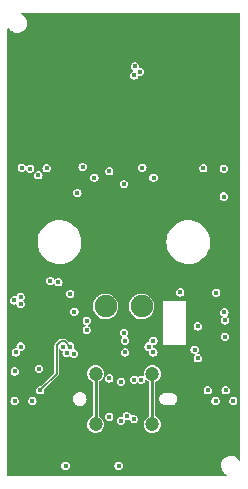
<source format=gbr>
%TF.GenerationSoftware,KiCad,Pcbnew,(6.0.9)*%
%TF.CreationDate,2022-12-23T14:34:15+01:00*%
%TF.ProjectId,Gigaset-Debug-Adapter,47696761-7365-4742-9d44-656275672d41,rev?*%
%TF.SameCoordinates,Original*%
%TF.FileFunction,Copper,L2,Inr*%
%TF.FilePolarity,Positive*%
%FSLAX46Y46*%
G04 Gerber Fmt 4.6, Leading zero omitted, Abs format (unit mm)*
G04 Created by KiCad (PCBNEW (6.0.9)) date 2022-12-23 14:34:15*
%MOMM*%
%LPD*%
G01*
G04 APERTURE LIST*
%TA.AperFunction,ComponentPad*%
%ADD10C,1.900000*%
%TD*%
%TA.AperFunction,ComponentPad*%
%ADD11C,1.200000*%
%TD*%
%TA.AperFunction,ViaPad*%
%ADD12C,0.450000*%
%TD*%
%TA.AperFunction,Conductor*%
%ADD13C,0.127000*%
%TD*%
%TA.AperFunction,Conductor*%
%ADD14C,0.254000*%
%TD*%
G04 APERTURE END LIST*
D10*
%TO.N,/DECT_TX*%
%TO.C,TP2*%
X82542000Y-67599508D03*
%TD*%
%TO.N,/DECT_RX*%
%TO.C,TP1*%
X79494000Y-67599508D03*
%TD*%
D11*
%TO.N,Net-(C1-Pad2)*%
%TO.C,J1*%
X78650000Y-77589660D03*
X83450000Y-77589660D03*
X83450000Y-73289660D03*
X78650000Y-73289660D03*
%TD*%
D12*
%TO.N,GND*%
X86050000Y-57250000D03*
X79790000Y-46600000D03*
X77450000Y-76550000D03*
X87980000Y-67170000D03*
X71500000Y-81100000D03*
X89570000Y-71200001D03*
X78842000Y-71000000D03*
X76150000Y-67400000D03*
X84200000Y-76040000D03*
X87310000Y-66430000D03*
X90300000Y-73100000D03*
X72450000Y-74700000D03*
X74100000Y-69150000D03*
X84200000Y-74890000D03*
X75600000Y-76100000D03*
X76850000Y-70350000D03*
X77450000Y-71650000D03*
X77900000Y-76000000D03*
X80320000Y-46600000D03*
X86900000Y-76000000D03*
X85750000Y-71300000D03*
X77900000Y-74850000D03*
X85100000Y-81100000D03*
X76050000Y-57200000D03*
X84650000Y-74340000D03*
X74100000Y-65550000D03*
X84650000Y-76540000D03*
X77100000Y-66700000D03*
X77450000Y-74350000D03*
%TO.N,VBUS*%
X83142000Y-71000000D03*
X75500000Y-65550000D03*
X82500000Y-73800000D03*
X87030000Y-71270000D03*
X71800000Y-75600000D03*
X79800000Y-76950000D03*
X76500000Y-71000000D03*
X87310000Y-71990000D03*
X77550000Y-55800000D03*
X87300000Y-69300000D03*
X73950000Y-74700000D03*
X81900000Y-73800000D03*
%TO.N,Net-(J1-PadA5)*%
X89650000Y-74700000D03*
X79800000Y-73700000D03*
%TO.N,/3V_EN*%
X82600000Y-55850000D03*
X89550000Y-68100000D03*
X77100000Y-58000000D03*
%TO.N,Net-(J1-PadB5)*%
X88150000Y-74700000D03*
X81900000Y-77150000D03*
%TO.N,Net-(C10-Pad2)*%
X88860000Y-66440000D03*
X85810000Y-66420000D03*
X82370000Y-47740000D03*
X81910000Y-48050000D03*
%TO.N,+3V0*%
X81980000Y-47280000D03*
X90300000Y-75600000D03*
%TO.N,+3V3*%
X88800000Y-75600000D03*
X73300000Y-75600000D03*
X76500000Y-66550000D03*
X76800000Y-71600000D03*
X73800000Y-56500000D03*
%TO.N,+1V8*%
X79800000Y-56150000D03*
X76850000Y-68050000D03*
X74500000Y-55900000D03*
X89500000Y-58300000D03*
X72300000Y-66800000D03*
X81050000Y-57250000D03*
X76200000Y-71550000D03*
%TO.N,Net-(D2-Pad1)*%
X80600000Y-81100000D03*
X71750000Y-67100000D03*
%TO.N,Net-(D3-Pad1)*%
X76100000Y-81100000D03*
X72300000Y-67400000D03*
%TO.N,Net-(Q1-Pad2)*%
X83550000Y-56700000D03*
X72300000Y-71000000D03*
%TO.N,Net-(R2-Pad1)*%
X74800000Y-65450000D03*
X71800000Y-73100000D03*
%TO.N,Net-(Q2-Pad2)*%
X78550000Y-56700000D03*
X89500000Y-55950000D03*
X75900000Y-71000000D03*
%TO.N,/D+*%
X81300000Y-76879660D03*
X80800000Y-73989660D03*
X83542000Y-71500000D03*
X81142000Y-71500000D03*
X77900000Y-69600000D03*
%TO.N,/D-*%
X77900000Y-68800000D03*
X83542000Y-70500000D03*
X80800000Y-77300000D03*
X81142000Y-70500000D03*
%TO.N,Net-(Q2-Pad3)*%
X71900000Y-71500000D03*
X73100000Y-55950000D03*
X72400000Y-55850000D03*
X87750000Y-55900000D03*
%TO.N,/DECT_TX*%
X73850000Y-72900000D03*
X81050000Y-69850000D03*
%TO.N,Net-(R17-Pad2)*%
X89600000Y-70160000D03*
X89600000Y-68780000D03*
%TD*%
D13*
%TO.N,VBUS*%
X76500000Y-71000000D02*
X76050000Y-70550000D01*
X75700000Y-70550000D02*
X75350000Y-70900000D01*
X75350000Y-70900000D02*
X75350000Y-73300000D01*
X76050000Y-70550000D02*
X75700000Y-70550000D01*
X75350000Y-73300000D02*
X73950000Y-74700000D01*
D14*
%TO.N,Net-(C1-Pad2)*%
X78650000Y-73289660D02*
X78650000Y-77650000D01*
X83450000Y-77589660D02*
X83450000Y-73300000D01*
%TD*%
%TA.AperFunction,Conductor*%
%TO.N,GND*%
G36*
X90881194Y-42768806D02*
G01*
X90899500Y-42813000D01*
X90899500Y-80588591D01*
X90881194Y-80632785D01*
X90837000Y-80651091D01*
X90792806Y-80632785D01*
X90789263Y-80628932D01*
X90732164Y-80561364D01*
X90676106Y-80495029D01*
X90597044Y-80434581D01*
X90535442Y-80387483D01*
X90532758Y-80385431D01*
X90369220Y-80309172D01*
X90365920Y-80308434D01*
X90365919Y-80308434D01*
X90195626Y-80270369D01*
X90195627Y-80270369D01*
X90193121Y-80269809D01*
X90189782Y-80269622D01*
X90188458Y-80269548D01*
X90188447Y-80269548D01*
X90187594Y-80269500D01*
X90054923Y-80269500D01*
X89954129Y-80280450D01*
X89923979Y-80283725D01*
X89923978Y-80283725D01*
X89920611Y-80284091D01*
X89917406Y-80285170D01*
X89917404Y-80285170D01*
X89841834Y-80310602D01*
X89749591Y-80341645D01*
X89594920Y-80434581D01*
X89463813Y-80558563D01*
X89362388Y-80707805D01*
X89295377Y-80875345D01*
X89265906Y-81053367D01*
X89266083Y-81056748D01*
X89266083Y-81056752D01*
X89273907Y-81206048D01*
X89275349Y-81233564D01*
X89323268Y-81407530D01*
X89324846Y-81410523D01*
X89324848Y-81410528D01*
X89341100Y-81441352D01*
X89407424Y-81567148D01*
X89523894Y-81704971D01*
X89526582Y-81707026D01*
X89526583Y-81707027D01*
X89605238Y-81767163D01*
X89667242Y-81814569D01*
X89690440Y-81825387D01*
X89701097Y-81830356D01*
X89733414Y-81865624D01*
X89731327Y-81913414D01*
X89696059Y-81945731D01*
X89674683Y-81949500D01*
X71243000Y-81949500D01*
X71198806Y-81931194D01*
X71180500Y-81887000D01*
X71180500Y-81100000D01*
X75741081Y-81100000D01*
X75758648Y-81210912D01*
X75809628Y-81310967D01*
X75889033Y-81390372D01*
X75893414Y-81392604D01*
X75893415Y-81392605D01*
X75916302Y-81404266D01*
X75989088Y-81441352D01*
X76100000Y-81458919D01*
X76210912Y-81441352D01*
X76283698Y-81404266D01*
X76306585Y-81392605D01*
X76306586Y-81392604D01*
X76310967Y-81390372D01*
X76390372Y-81310967D01*
X76441352Y-81210912D01*
X76458919Y-81100000D01*
X80241081Y-81100000D01*
X80258648Y-81210912D01*
X80309628Y-81310967D01*
X80389033Y-81390372D01*
X80393414Y-81392604D01*
X80393415Y-81392605D01*
X80416302Y-81404266D01*
X80489088Y-81441352D01*
X80600000Y-81458919D01*
X80710912Y-81441352D01*
X80783698Y-81404266D01*
X80806585Y-81392605D01*
X80806586Y-81392604D01*
X80810967Y-81390372D01*
X80890372Y-81310967D01*
X80941352Y-81210912D01*
X80958919Y-81100000D01*
X80941352Y-80989088D01*
X80890372Y-80889033D01*
X80810967Y-80809628D01*
X80806586Y-80807396D01*
X80806585Y-80807395D01*
X80715298Y-80760883D01*
X80715299Y-80760883D01*
X80710912Y-80758648D01*
X80600000Y-80741081D01*
X80489088Y-80758648D01*
X80484701Y-80760883D01*
X80484702Y-80760883D01*
X80393415Y-80807395D01*
X80393414Y-80807396D01*
X80389033Y-80809628D01*
X80309628Y-80889033D01*
X80258648Y-80989088D01*
X80241081Y-81100000D01*
X76458919Y-81100000D01*
X76441352Y-80989088D01*
X76390372Y-80889033D01*
X76310967Y-80809628D01*
X76306586Y-80807396D01*
X76306585Y-80807395D01*
X76215298Y-80760883D01*
X76215299Y-80760883D01*
X76210912Y-80758648D01*
X76100000Y-80741081D01*
X75989088Y-80758648D01*
X75984701Y-80760883D01*
X75984702Y-80760883D01*
X75893415Y-80807395D01*
X75893414Y-80807396D01*
X75889033Y-80809628D01*
X75809628Y-80889033D01*
X75758648Y-80989088D01*
X75741081Y-81100000D01*
X71180500Y-81100000D01*
X71180500Y-77579438D01*
X77917968Y-77579438D01*
X77933895Y-77741873D01*
X77934997Y-77745185D01*
X77934997Y-77745186D01*
X77944913Y-77774993D01*
X77985413Y-77896742D01*
X77987223Y-77899731D01*
X77987225Y-77899735D01*
X78003866Y-77927212D01*
X78069962Y-78036349D01*
X78183340Y-78153755D01*
X78319911Y-78243125D01*
X78472888Y-78300016D01*
X78476343Y-78300477D01*
X78476347Y-78300478D01*
X78566518Y-78312509D01*
X78634668Y-78321602D01*
X78638141Y-78321286D01*
X78638144Y-78321286D01*
X78715939Y-78314206D01*
X78797210Y-78306810D01*
X78952435Y-78256374D01*
X79022532Y-78214588D01*
X79089627Y-78174592D01*
X79089630Y-78174590D01*
X79092629Y-78172802D01*
X79155552Y-78112881D01*
X79208294Y-78062656D01*
X79208297Y-78062653D01*
X79210823Y-78060247D01*
X79301144Y-77924303D01*
X79359103Y-77771727D01*
X79381818Y-77610102D01*
X79382103Y-77589660D01*
X79381793Y-77586894D01*
X79364300Y-77430937D01*
X79364299Y-77430933D01*
X79363910Y-77427464D01*
X79310234Y-77273329D01*
X79223744Y-77134916D01*
X79108739Y-77019104D01*
X79050750Y-76982303D01*
X78999849Y-76950000D01*
X79441081Y-76950000D01*
X79458648Y-77060912D01*
X79460883Y-77065298D01*
X79497937Y-77138021D01*
X79509628Y-77160967D01*
X79589033Y-77240372D01*
X79593414Y-77242604D01*
X79593415Y-77242605D01*
X79635683Y-77264141D01*
X79689088Y-77291352D01*
X79800000Y-77308919D01*
X79856312Y-77300000D01*
X80441081Y-77300000D01*
X80458648Y-77410912D01*
X80509628Y-77510967D01*
X80589033Y-77590372D01*
X80593414Y-77592604D01*
X80593415Y-77592605D01*
X80623901Y-77608138D01*
X80689088Y-77641352D01*
X80800000Y-77658919D01*
X80910912Y-77641352D01*
X80976099Y-77608138D01*
X81006585Y-77592605D01*
X81006586Y-77592604D01*
X81010967Y-77590372D01*
X81090372Y-77510967D01*
X81141352Y-77410912D01*
X81158919Y-77300000D01*
X81158150Y-77295143D01*
X81158150Y-77290220D01*
X81160892Y-77290220D01*
X81169918Y-77252551D01*
X81210694Y-77227540D01*
X81230272Y-77227535D01*
X81300000Y-77238579D01*
X81410912Y-77221012D01*
X81465122Y-77193391D01*
X81512808Y-77189638D01*
X81549183Y-77220704D01*
X81555225Y-77239301D01*
X81558648Y-77260912D01*
X81609628Y-77360967D01*
X81689033Y-77440372D01*
X81693414Y-77442604D01*
X81693415Y-77442605D01*
X81742333Y-77467530D01*
X81789088Y-77491352D01*
X81900000Y-77508919D01*
X82010912Y-77491352D01*
X82057667Y-77467530D01*
X82106585Y-77442605D01*
X82106586Y-77442604D01*
X82110967Y-77440372D01*
X82190372Y-77360967D01*
X82241352Y-77260912D01*
X82258919Y-77150000D01*
X82241352Y-77039088D01*
X82190372Y-76939033D01*
X82110967Y-76859628D01*
X82106586Y-76857396D01*
X82106585Y-76857395D01*
X82015298Y-76810883D01*
X82015299Y-76810883D01*
X82010912Y-76808648D01*
X81900000Y-76791081D01*
X81789088Y-76808648D01*
X81734878Y-76836269D01*
X81687192Y-76840022D01*
X81650817Y-76808956D01*
X81644775Y-76790359D01*
X81642122Y-76773611D01*
X81641352Y-76768748D01*
X81590372Y-76668693D01*
X81510967Y-76589288D01*
X81506586Y-76587056D01*
X81506585Y-76587055D01*
X81415298Y-76540543D01*
X81415299Y-76540543D01*
X81410912Y-76538308D01*
X81300000Y-76520741D01*
X81189088Y-76538308D01*
X81184701Y-76540543D01*
X81184702Y-76540543D01*
X81093415Y-76587055D01*
X81093414Y-76587056D01*
X81089033Y-76589288D01*
X81009628Y-76668693D01*
X80958648Y-76768748D01*
X80941081Y-76879660D01*
X80941850Y-76884517D01*
X80941850Y-76889440D01*
X80939108Y-76889440D01*
X80930082Y-76927109D01*
X80889306Y-76952120D01*
X80869728Y-76952125D01*
X80800000Y-76941081D01*
X80689088Y-76958648D01*
X80684701Y-76960883D01*
X80684702Y-76960883D01*
X80593415Y-77007395D01*
X80593414Y-77007396D01*
X80589033Y-77009628D01*
X80509628Y-77089033D01*
X80458648Y-77189088D01*
X80441081Y-77300000D01*
X79856312Y-77300000D01*
X79910912Y-77291352D01*
X79964317Y-77264141D01*
X80006585Y-77242605D01*
X80006586Y-77242604D01*
X80010967Y-77240372D01*
X80090372Y-77160967D01*
X80102064Y-77138021D01*
X80139117Y-77065298D01*
X80141352Y-77060912D01*
X80158919Y-76950000D01*
X80141352Y-76839088D01*
X80107990Y-76773611D01*
X80092605Y-76743415D01*
X80092604Y-76743414D01*
X80090372Y-76739033D01*
X80010967Y-76659628D01*
X80006586Y-76657396D01*
X80006585Y-76657395D01*
X79915298Y-76610883D01*
X79915299Y-76610883D01*
X79910912Y-76608648D01*
X79800000Y-76591081D01*
X79689088Y-76608648D01*
X79684701Y-76610883D01*
X79684702Y-76610883D01*
X79593415Y-76657395D01*
X79593414Y-76657396D01*
X79589033Y-76659628D01*
X79509628Y-76739033D01*
X79507396Y-76743414D01*
X79507395Y-76743415D01*
X79492010Y-76773611D01*
X79458648Y-76839088D01*
X79441081Y-76950000D01*
X78999849Y-76950000D01*
X78973879Y-76933519D01*
X78973875Y-76933517D01*
X78970933Y-76931650D01*
X78946035Y-76922784D01*
X78910542Y-76890714D01*
X78904500Y-76863905D01*
X78904500Y-74017358D01*
X78922806Y-73973164D01*
X78945964Y-73958973D01*
X78945930Y-73958897D01*
X78946537Y-73958621D01*
X78947687Y-73957917D01*
X78949109Y-73957455D01*
X78949111Y-73957454D01*
X78952435Y-73956374D01*
X79036858Y-73906048D01*
X79089627Y-73874592D01*
X79089630Y-73874590D01*
X79092629Y-73872802D01*
X79163973Y-73804862D01*
X79208294Y-73762656D01*
X79208297Y-73762653D01*
X79210823Y-73760247D01*
X79250851Y-73700000D01*
X79441081Y-73700000D01*
X79458648Y-73810912D01*
X79479197Y-73851243D01*
X79507122Y-73906048D01*
X79509628Y-73910967D01*
X79589033Y-73990372D01*
X79593414Y-73992604D01*
X79593415Y-73992605D01*
X79620853Y-74006585D01*
X79689088Y-74041352D01*
X79800000Y-74058919D01*
X79910912Y-74041352D01*
X79979147Y-74006585D01*
X80006585Y-73992605D01*
X80006586Y-73992604D01*
X80010967Y-73990372D01*
X80011679Y-73989660D01*
X80441081Y-73989660D01*
X80458648Y-74100572D01*
X80509628Y-74200627D01*
X80589033Y-74280032D01*
X80593414Y-74282264D01*
X80593415Y-74282265D01*
X80642333Y-74307190D01*
X80689088Y-74331012D01*
X80800000Y-74348579D01*
X80910912Y-74331012D01*
X80957667Y-74307190D01*
X81006585Y-74282265D01*
X81006586Y-74282264D01*
X81010967Y-74280032D01*
X81090372Y-74200627D01*
X81141352Y-74100572D01*
X81158919Y-73989660D01*
X81141352Y-73878748D01*
X81103706Y-73804862D01*
X81101229Y-73800000D01*
X81541081Y-73800000D01*
X81558648Y-73910912D01*
X81560883Y-73915298D01*
X81598772Y-73989660D01*
X81609628Y-74010967D01*
X81689033Y-74090372D01*
X81693414Y-74092604D01*
X81693415Y-74092605D01*
X81717660Y-74104958D01*
X81789088Y-74141352D01*
X81900000Y-74158919D01*
X82010912Y-74141352D01*
X82082340Y-74104958D01*
X82106585Y-74092605D01*
X82106586Y-74092604D01*
X82110967Y-74090372D01*
X82155806Y-74045533D01*
X82200000Y-74027227D01*
X82244194Y-74045533D01*
X82289033Y-74090372D01*
X82293414Y-74092604D01*
X82293415Y-74092605D01*
X82317660Y-74104958D01*
X82389088Y-74141352D01*
X82500000Y-74158919D01*
X82610912Y-74141352D01*
X82682340Y-74104958D01*
X82706585Y-74092605D01*
X82706586Y-74092604D01*
X82710967Y-74090372D01*
X82790372Y-74010967D01*
X82801229Y-73989660D01*
X82839117Y-73915298D01*
X82841352Y-73910912D01*
X82849526Y-73859305D01*
X82874520Y-73818518D01*
X82921033Y-73807352D01*
X82956214Y-73825666D01*
X82983340Y-73853755D01*
X83119911Y-73943125D01*
X83123182Y-73944341D01*
X83123181Y-73944341D01*
X83154786Y-73956095D01*
X83189827Y-73988658D01*
X83195500Y-74014675D01*
X83195500Y-76863010D01*
X83177194Y-76907204D01*
X83153141Y-76922176D01*
X83138286Y-76927233D01*
X83135316Y-76929060D01*
X83135312Y-76929062D01*
X83048771Y-76982303D01*
X82999272Y-77012755D01*
X82996780Y-77015196D01*
X82996778Y-77015197D01*
X82967415Y-77043952D01*
X82882661Y-77126949D01*
X82880771Y-77129882D01*
X82880770Y-77129883D01*
X82799462Y-77256049D01*
X82794247Y-77264141D01*
X82784755Y-77290220D01*
X82742597Y-77406048D01*
X82738424Y-77417512D01*
X82717968Y-77579438D01*
X82733895Y-77741873D01*
X82734997Y-77745185D01*
X82734997Y-77745186D01*
X82744913Y-77774993D01*
X82785413Y-77896742D01*
X82787223Y-77899731D01*
X82787225Y-77899735D01*
X82803866Y-77927212D01*
X82869962Y-78036349D01*
X82983340Y-78153755D01*
X83119911Y-78243125D01*
X83272888Y-78300016D01*
X83276343Y-78300477D01*
X83276347Y-78300478D01*
X83366518Y-78312509D01*
X83434668Y-78321602D01*
X83438141Y-78321286D01*
X83438144Y-78321286D01*
X83515939Y-78314206D01*
X83597210Y-78306810D01*
X83752435Y-78256374D01*
X83822532Y-78214588D01*
X83889627Y-78174592D01*
X83889630Y-78174590D01*
X83892629Y-78172802D01*
X83955552Y-78112881D01*
X84008294Y-78062656D01*
X84008297Y-78062653D01*
X84010823Y-78060247D01*
X84101144Y-77924303D01*
X84159103Y-77771727D01*
X84181818Y-77610102D01*
X84182103Y-77589660D01*
X84181793Y-77586894D01*
X84164300Y-77430937D01*
X84164299Y-77430933D01*
X84163910Y-77427464D01*
X84110234Y-77273329D01*
X84023744Y-77134916D01*
X83908739Y-77019104D01*
X83850750Y-76982303D01*
X83773879Y-76933519D01*
X83773875Y-76933517D01*
X83770933Y-76931650D01*
X83746035Y-76922784D01*
X83710542Y-76890714D01*
X83704500Y-76863905D01*
X83704500Y-75474171D01*
X84041466Y-75474171D01*
X84044474Y-75489088D01*
X84067818Y-75604862D01*
X84070953Y-75620411D01*
X84138681Y-75753335D01*
X84239660Y-75863149D01*
X84243281Y-75865394D01*
X84243282Y-75865395D01*
X84362825Y-75939515D01*
X84362828Y-75939517D01*
X84366450Y-75941762D01*
X84370546Y-75942952D01*
X84506563Y-75982469D01*
X84506566Y-75982469D01*
X84509710Y-75983383D01*
X84512976Y-75983623D01*
X84512977Y-75983623D01*
X84519143Y-75984076D01*
X84519151Y-75984076D01*
X84520291Y-75984160D01*
X85047369Y-75984160D01*
X85157803Y-75969032D01*
X85226013Y-75939515D01*
X85290806Y-75911477D01*
X85290809Y-75911475D01*
X85294717Y-75909784D01*
X85357401Y-75859024D01*
X85407347Y-75818579D01*
X85407348Y-75818578D01*
X85410655Y-75815900D01*
X85452890Y-75756470D01*
X85494606Y-75697769D01*
X85494606Y-75697768D01*
X85497074Y-75694296D01*
X85531023Y-75600000D01*
X88441081Y-75600000D01*
X88458648Y-75710912D01*
X88509628Y-75810967D01*
X88589033Y-75890372D01*
X88593414Y-75892604D01*
X88593415Y-75892605D01*
X88630454Y-75911477D01*
X88689088Y-75941352D01*
X88800000Y-75958919D01*
X88910912Y-75941352D01*
X88969546Y-75911477D01*
X89006585Y-75892605D01*
X89006586Y-75892604D01*
X89010967Y-75890372D01*
X89090372Y-75810967D01*
X89141352Y-75710912D01*
X89158919Y-75600000D01*
X89941081Y-75600000D01*
X89958648Y-75710912D01*
X90009628Y-75810967D01*
X90089033Y-75890372D01*
X90093414Y-75892604D01*
X90093415Y-75892605D01*
X90130454Y-75911477D01*
X90189088Y-75941352D01*
X90300000Y-75958919D01*
X90410912Y-75941352D01*
X90469546Y-75911477D01*
X90506585Y-75892605D01*
X90506586Y-75892604D01*
X90510967Y-75890372D01*
X90590372Y-75810967D01*
X90641352Y-75710912D01*
X90658919Y-75600000D01*
X90641352Y-75489088D01*
X90600750Y-75409401D01*
X90592605Y-75393415D01*
X90592604Y-75393414D01*
X90590372Y-75389033D01*
X90510967Y-75309628D01*
X90506586Y-75307396D01*
X90506585Y-75307395D01*
X90415298Y-75260883D01*
X90415299Y-75260883D01*
X90410912Y-75258648D01*
X90300000Y-75241081D01*
X90189088Y-75258648D01*
X90184701Y-75260883D01*
X90184702Y-75260883D01*
X90093415Y-75307395D01*
X90093414Y-75307396D01*
X90089033Y-75309628D01*
X90009628Y-75389033D01*
X90007396Y-75393414D01*
X90007395Y-75393415D01*
X89999250Y-75409401D01*
X89958648Y-75489088D01*
X89941081Y-75600000D01*
X89158919Y-75600000D01*
X89141352Y-75489088D01*
X89100750Y-75409401D01*
X89092605Y-75393415D01*
X89092604Y-75393414D01*
X89090372Y-75389033D01*
X89010967Y-75309628D01*
X89006586Y-75307396D01*
X89006585Y-75307395D01*
X88915298Y-75260883D01*
X88915299Y-75260883D01*
X88910912Y-75258648D01*
X88800000Y-75241081D01*
X88689088Y-75258648D01*
X88684701Y-75260883D01*
X88684702Y-75260883D01*
X88593415Y-75307395D01*
X88593414Y-75307396D01*
X88589033Y-75309628D01*
X88509628Y-75389033D01*
X88507396Y-75393414D01*
X88507395Y-75393415D01*
X88499250Y-75409401D01*
X88458648Y-75489088D01*
X88441081Y-75600000D01*
X85531023Y-75600000D01*
X85547609Y-75553932D01*
X85552013Y-75493952D01*
X85558222Y-75409401D01*
X85558222Y-75409399D01*
X85558534Y-75405149D01*
X85542451Y-75325388D01*
X85529889Y-75263083D01*
X85529888Y-75263080D01*
X85529047Y-75258909D01*
X85461319Y-75125985D01*
X85360340Y-75016171D01*
X85322332Y-74992605D01*
X85237175Y-74939805D01*
X85237172Y-74939803D01*
X85233550Y-74937558D01*
X85228752Y-74936164D01*
X85093437Y-74896851D01*
X85093434Y-74896851D01*
X85090290Y-74895937D01*
X85087024Y-74895697D01*
X85087023Y-74895697D01*
X85080857Y-74895244D01*
X85080849Y-74895244D01*
X85079709Y-74895160D01*
X84552631Y-74895160D01*
X84442197Y-74910288D01*
X84398725Y-74929100D01*
X84309194Y-74967843D01*
X84309191Y-74967845D01*
X84305283Y-74969536D01*
X84276795Y-74992605D01*
X84239521Y-75022789D01*
X84189345Y-75063420D01*
X84186882Y-75066886D01*
X84186880Y-75066888D01*
X84142185Y-75129781D01*
X84102926Y-75185024D01*
X84052391Y-75325388D01*
X84052079Y-75329635D01*
X84052079Y-75329636D01*
X84044299Y-75435596D01*
X84041466Y-75474171D01*
X83704500Y-75474171D01*
X83704500Y-74700000D01*
X87791081Y-74700000D01*
X87808648Y-74810912D01*
X87810883Y-74815298D01*
X87852436Y-74896851D01*
X87859628Y-74910967D01*
X87939033Y-74990372D01*
X87943414Y-74992604D01*
X87943415Y-74992605D01*
X87985259Y-75013925D01*
X88039088Y-75041352D01*
X88150000Y-75058919D01*
X88260912Y-75041352D01*
X88314741Y-75013925D01*
X88356585Y-74992605D01*
X88356586Y-74992604D01*
X88360967Y-74990372D01*
X88440372Y-74910967D01*
X88447565Y-74896851D01*
X88489117Y-74815298D01*
X88491352Y-74810912D01*
X88508919Y-74700000D01*
X89291081Y-74700000D01*
X89308648Y-74810912D01*
X89310883Y-74815298D01*
X89352436Y-74896851D01*
X89359628Y-74910967D01*
X89439033Y-74990372D01*
X89443414Y-74992604D01*
X89443415Y-74992605D01*
X89485259Y-75013925D01*
X89539088Y-75041352D01*
X89650000Y-75058919D01*
X89760912Y-75041352D01*
X89814741Y-75013925D01*
X89856585Y-74992605D01*
X89856586Y-74992604D01*
X89860967Y-74990372D01*
X89940372Y-74910967D01*
X89947565Y-74896851D01*
X89989117Y-74815298D01*
X89991352Y-74810912D01*
X90008919Y-74700000D01*
X89991352Y-74589088D01*
X89940372Y-74489033D01*
X89860967Y-74409628D01*
X89856586Y-74407396D01*
X89856585Y-74407395D01*
X89765298Y-74360883D01*
X89765299Y-74360883D01*
X89760912Y-74358648D01*
X89650000Y-74341081D01*
X89539088Y-74358648D01*
X89534701Y-74360883D01*
X89534702Y-74360883D01*
X89443415Y-74407395D01*
X89443414Y-74407396D01*
X89439033Y-74409628D01*
X89359628Y-74489033D01*
X89308648Y-74589088D01*
X89291081Y-74700000D01*
X88508919Y-74700000D01*
X88491352Y-74589088D01*
X88440372Y-74489033D01*
X88360967Y-74409628D01*
X88356586Y-74407396D01*
X88356585Y-74407395D01*
X88265298Y-74360883D01*
X88265299Y-74360883D01*
X88260912Y-74358648D01*
X88150000Y-74341081D01*
X88039088Y-74358648D01*
X88034701Y-74360883D01*
X88034702Y-74360883D01*
X87943415Y-74407395D01*
X87943414Y-74407396D01*
X87939033Y-74409628D01*
X87859628Y-74489033D01*
X87808648Y-74589088D01*
X87791081Y-74700000D01*
X83704500Y-74700000D01*
X83704500Y-74017358D01*
X83722806Y-73973164D01*
X83745964Y-73958973D01*
X83745930Y-73958897D01*
X83746537Y-73958621D01*
X83747687Y-73957917D01*
X83749109Y-73957455D01*
X83749111Y-73957454D01*
X83752435Y-73956374D01*
X83836858Y-73906048D01*
X83889627Y-73874592D01*
X83889630Y-73874590D01*
X83892629Y-73872802D01*
X83963973Y-73804862D01*
X84008294Y-73762656D01*
X84008297Y-73762653D01*
X84010823Y-73760247D01*
X84101144Y-73624303D01*
X84159103Y-73471727D01*
X84181818Y-73310102D01*
X84182103Y-73289660D01*
X84181598Y-73285155D01*
X84164300Y-73130937D01*
X84164299Y-73130933D01*
X84163910Y-73127464D01*
X84110234Y-72973329D01*
X84023744Y-72834916D01*
X83908739Y-72719104D01*
X83883287Y-72702952D01*
X83773879Y-72633519D01*
X83773875Y-72633517D01*
X83770933Y-72631650D01*
X83617176Y-72576900D01*
X83540720Y-72567783D01*
X83458578Y-72557988D01*
X83458574Y-72557988D01*
X83455111Y-72557575D01*
X83362278Y-72567332D01*
X83296262Y-72574270D01*
X83296259Y-72574271D01*
X83292792Y-72574635D01*
X83289491Y-72575759D01*
X83289490Y-72575759D01*
X83282693Y-72578073D01*
X83138286Y-72627233D01*
X82999272Y-72712755D01*
X82996780Y-72715196D01*
X82996778Y-72715197D01*
X82990254Y-72721586D01*
X82882661Y-72826949D01*
X82880771Y-72829882D01*
X82880770Y-72829883D01*
X82796139Y-72961205D01*
X82794247Y-72964141D01*
X82793053Y-72967422D01*
X82746568Y-73095138D01*
X82738424Y-73117512D01*
X82717968Y-73279438D01*
X82730851Y-73410821D01*
X82730954Y-73411874D01*
X82717048Y-73457643D01*
X82674851Y-73480175D01*
X82640379Y-73473661D01*
X82615301Y-73460884D01*
X82615298Y-73460883D01*
X82610912Y-73458648D01*
X82506573Y-73442122D01*
X82504862Y-73441851D01*
X82500000Y-73441081D01*
X82495138Y-73441851D01*
X82493427Y-73442122D01*
X82389088Y-73458648D01*
X82363419Y-73471727D01*
X82293415Y-73507395D01*
X82293414Y-73507396D01*
X82289033Y-73509628D01*
X82244194Y-73554467D01*
X82200000Y-73572773D01*
X82155806Y-73554467D01*
X82110967Y-73509628D01*
X82106586Y-73507396D01*
X82106585Y-73507395D01*
X82036581Y-73471727D01*
X82010912Y-73458648D01*
X81906573Y-73442122D01*
X81904862Y-73441851D01*
X81900000Y-73441081D01*
X81895138Y-73441851D01*
X81893427Y-73442122D01*
X81789088Y-73458648D01*
X81763419Y-73471727D01*
X81693415Y-73507395D01*
X81693414Y-73507396D01*
X81689033Y-73509628D01*
X81609628Y-73589033D01*
X81607396Y-73593414D01*
X81607395Y-73593415D01*
X81605700Y-73596742D01*
X81558648Y-73689088D01*
X81541081Y-73800000D01*
X81101229Y-73800000D01*
X81092605Y-73783075D01*
X81092604Y-73783074D01*
X81090372Y-73778693D01*
X81010967Y-73699288D01*
X81006586Y-73697056D01*
X81006585Y-73697055D01*
X80915298Y-73650543D01*
X80915299Y-73650543D01*
X80910912Y-73648308D01*
X80800000Y-73630741D01*
X80689088Y-73648308D01*
X80684701Y-73650543D01*
X80684702Y-73650543D01*
X80593415Y-73697055D01*
X80593414Y-73697056D01*
X80589033Y-73699288D01*
X80509628Y-73778693D01*
X80507396Y-73783074D01*
X80507395Y-73783075D01*
X80496294Y-73804862D01*
X80458648Y-73878748D01*
X80441081Y-73989660D01*
X80011679Y-73989660D01*
X80090372Y-73910967D01*
X80092879Y-73906048D01*
X80120803Y-73851243D01*
X80141352Y-73810912D01*
X80158919Y-73700000D01*
X80141352Y-73589088D01*
X80090372Y-73489033D01*
X80010967Y-73409628D01*
X80006586Y-73407396D01*
X80006585Y-73407395D01*
X79915298Y-73360883D01*
X79915299Y-73360883D01*
X79910912Y-73358648D01*
X79800000Y-73341081D01*
X79689088Y-73358648D01*
X79684701Y-73360883D01*
X79684702Y-73360883D01*
X79593415Y-73407395D01*
X79593414Y-73407396D01*
X79589033Y-73409628D01*
X79509628Y-73489033D01*
X79458648Y-73589088D01*
X79441081Y-73700000D01*
X79250851Y-73700000D01*
X79301144Y-73624303D01*
X79359103Y-73471727D01*
X79381818Y-73310102D01*
X79382103Y-73289660D01*
X79381598Y-73285155D01*
X79364300Y-73130937D01*
X79364299Y-73130933D01*
X79363910Y-73127464D01*
X79310234Y-72973329D01*
X79223744Y-72834916D01*
X79108739Y-72719104D01*
X79083287Y-72702952D01*
X78973879Y-72633519D01*
X78973875Y-72633517D01*
X78970933Y-72631650D01*
X78817176Y-72576900D01*
X78740720Y-72567783D01*
X78658578Y-72557988D01*
X78658574Y-72557988D01*
X78655111Y-72557575D01*
X78562278Y-72567332D01*
X78496262Y-72574270D01*
X78496259Y-72574271D01*
X78492792Y-72574635D01*
X78489491Y-72575759D01*
X78489490Y-72575759D01*
X78482693Y-72578073D01*
X78338286Y-72627233D01*
X78199272Y-72712755D01*
X78196780Y-72715196D01*
X78196778Y-72715197D01*
X78190254Y-72721586D01*
X78082661Y-72826949D01*
X78080771Y-72829882D01*
X78080770Y-72829883D01*
X77996139Y-72961205D01*
X77994247Y-72964141D01*
X77993053Y-72967422D01*
X77946568Y-73095138D01*
X77938424Y-73117512D01*
X77917968Y-73279438D01*
X77918309Y-73282915D01*
X77931734Y-73419831D01*
X77933895Y-73441873D01*
X77934997Y-73445185D01*
X77934997Y-73445186D01*
X77982849Y-73589033D01*
X77985413Y-73596742D01*
X77987223Y-73599731D01*
X77987225Y-73599735D01*
X78006470Y-73631511D01*
X78069962Y-73736349D01*
X78183340Y-73853755D01*
X78319911Y-73943125D01*
X78323182Y-73944341D01*
X78323181Y-73944341D01*
X78354786Y-73956095D01*
X78389827Y-73988658D01*
X78395500Y-74014675D01*
X78395500Y-76863010D01*
X78377194Y-76907204D01*
X78353141Y-76922176D01*
X78338286Y-76927233D01*
X78335316Y-76929060D01*
X78335312Y-76929062D01*
X78248771Y-76982303D01*
X78199272Y-77012755D01*
X78196780Y-77015196D01*
X78196778Y-77015197D01*
X78167415Y-77043952D01*
X78082661Y-77126949D01*
X78080771Y-77129882D01*
X78080770Y-77129883D01*
X77999462Y-77256049D01*
X77994247Y-77264141D01*
X77984755Y-77290220D01*
X77942597Y-77406048D01*
X77938424Y-77417512D01*
X77917968Y-77579438D01*
X71180500Y-77579438D01*
X71180500Y-75600000D01*
X71441081Y-75600000D01*
X71458648Y-75710912D01*
X71509628Y-75810967D01*
X71589033Y-75890372D01*
X71593414Y-75892604D01*
X71593415Y-75892605D01*
X71630454Y-75911477D01*
X71689088Y-75941352D01*
X71800000Y-75958919D01*
X71910912Y-75941352D01*
X71969546Y-75911477D01*
X72006585Y-75892605D01*
X72006586Y-75892604D01*
X72010967Y-75890372D01*
X72090372Y-75810967D01*
X72141352Y-75710912D01*
X72158919Y-75600000D01*
X72941081Y-75600000D01*
X72958648Y-75710912D01*
X73009628Y-75810967D01*
X73089033Y-75890372D01*
X73093414Y-75892604D01*
X73093415Y-75892605D01*
X73130454Y-75911477D01*
X73189088Y-75941352D01*
X73300000Y-75958919D01*
X73410912Y-75941352D01*
X73469546Y-75911477D01*
X73506585Y-75892605D01*
X73506586Y-75892604D01*
X73510967Y-75890372D01*
X73590372Y-75810967D01*
X73641352Y-75710912D01*
X73658919Y-75600000D01*
X73641352Y-75489088D01*
X73616168Y-75439660D01*
X76710456Y-75439660D01*
X76710991Y-75443724D01*
X76726028Y-75557939D01*
X76730544Y-75592245D01*
X76732112Y-75596030D01*
X76732112Y-75596031D01*
X76781514Y-75715298D01*
X76789440Y-75734432D01*
X76883129Y-75856531D01*
X77005228Y-75950220D01*
X77009012Y-75951787D01*
X77009013Y-75951788D01*
X77143629Y-76007548D01*
X77143630Y-76007548D01*
X77147415Y-76009116D01*
X77151477Y-76009651D01*
X77151478Y-76009651D01*
X77259656Y-76023893D01*
X77259662Y-76023893D01*
X77261687Y-76024160D01*
X77338313Y-76024160D01*
X77340338Y-76023893D01*
X77340344Y-76023893D01*
X77448522Y-76009651D01*
X77448523Y-76009651D01*
X77452585Y-76009116D01*
X77456370Y-76007548D01*
X77456371Y-76007548D01*
X77590987Y-75951788D01*
X77590988Y-75951787D01*
X77594772Y-75950220D01*
X77716871Y-75856531D01*
X77810560Y-75734432D01*
X77818486Y-75715298D01*
X77867888Y-75596031D01*
X77867888Y-75596030D01*
X77869456Y-75592245D01*
X77873973Y-75557939D01*
X77889009Y-75443724D01*
X77889544Y-75439660D01*
X77874500Y-75325388D01*
X77869991Y-75291138D01*
X77869991Y-75291137D01*
X77869456Y-75287075D01*
X77825747Y-75181551D01*
X77812128Y-75148673D01*
X77812127Y-75148672D01*
X77810560Y-75144888D01*
X77716871Y-75022789D01*
X77594772Y-74929100D01*
X77553441Y-74911980D01*
X77456371Y-74871772D01*
X77456370Y-74871772D01*
X77452585Y-74870204D01*
X77448523Y-74869669D01*
X77448522Y-74869669D01*
X77340344Y-74855427D01*
X77340338Y-74855427D01*
X77338313Y-74855160D01*
X77261687Y-74855160D01*
X77259662Y-74855427D01*
X77259656Y-74855427D01*
X77151478Y-74869669D01*
X77151477Y-74869669D01*
X77147415Y-74870204D01*
X77143630Y-74871772D01*
X77143629Y-74871772D01*
X77046559Y-74911980D01*
X77005228Y-74929100D01*
X76883129Y-75022789D01*
X76789440Y-75144888D01*
X76787873Y-75148672D01*
X76787872Y-75148673D01*
X76774254Y-75181551D01*
X76730544Y-75287075D01*
X76730009Y-75291137D01*
X76730009Y-75291138D01*
X76725500Y-75325388D01*
X76710456Y-75439660D01*
X73616168Y-75439660D01*
X73600750Y-75409401D01*
X73592605Y-75393415D01*
X73592604Y-75393414D01*
X73590372Y-75389033D01*
X73510967Y-75309628D01*
X73506586Y-75307396D01*
X73506585Y-75307395D01*
X73415298Y-75260883D01*
X73415299Y-75260883D01*
X73410912Y-75258648D01*
X73300000Y-75241081D01*
X73189088Y-75258648D01*
X73184701Y-75260883D01*
X73184702Y-75260883D01*
X73093415Y-75307395D01*
X73093414Y-75307396D01*
X73089033Y-75309628D01*
X73009628Y-75389033D01*
X73007396Y-75393414D01*
X73007395Y-75393415D01*
X72999250Y-75409401D01*
X72958648Y-75489088D01*
X72941081Y-75600000D01*
X72158919Y-75600000D01*
X72141352Y-75489088D01*
X72100750Y-75409401D01*
X72092605Y-75393415D01*
X72092604Y-75393414D01*
X72090372Y-75389033D01*
X72010967Y-75309628D01*
X72006586Y-75307396D01*
X72006585Y-75307395D01*
X71915298Y-75260883D01*
X71915299Y-75260883D01*
X71910912Y-75258648D01*
X71800000Y-75241081D01*
X71689088Y-75258648D01*
X71684701Y-75260883D01*
X71684702Y-75260883D01*
X71593415Y-75307395D01*
X71593414Y-75307396D01*
X71589033Y-75309628D01*
X71509628Y-75389033D01*
X71507396Y-75393414D01*
X71507395Y-75393415D01*
X71499250Y-75409401D01*
X71458648Y-75489088D01*
X71441081Y-75600000D01*
X71180500Y-75600000D01*
X71180500Y-74700000D01*
X73591081Y-74700000D01*
X73608648Y-74810912D01*
X73610883Y-74815298D01*
X73652436Y-74896851D01*
X73659628Y-74910967D01*
X73739033Y-74990372D01*
X73743414Y-74992604D01*
X73743415Y-74992605D01*
X73785259Y-75013925D01*
X73839088Y-75041352D01*
X73950000Y-75058919D01*
X74060912Y-75041352D01*
X74114741Y-75013925D01*
X74156585Y-74992605D01*
X74156586Y-74992604D01*
X74160967Y-74990372D01*
X74240372Y-74910967D01*
X74247565Y-74896851D01*
X74289117Y-74815298D01*
X74291352Y-74810912D01*
X74308919Y-74700000D01*
X74308149Y-74695138D01*
X74301759Y-74654789D01*
X74312927Y-74608276D01*
X74319296Y-74600819D01*
X75454487Y-73465628D01*
X75460561Y-73461323D01*
X75460105Y-73460750D01*
X75465613Y-73456369D01*
X75471958Y-73453322D01*
X75490418Y-73430239D01*
X75495035Y-73425080D01*
X75500284Y-73419831D01*
X75504057Y-73413828D01*
X75508165Y-73408047D01*
X75508687Y-73407395D01*
X75526383Y-73385267D01*
X75527960Y-73378407D01*
X75529778Y-73374647D01*
X75531156Y-73370711D01*
X75534902Y-73364752D01*
X75538179Y-73335763D01*
X75539371Y-73328787D01*
X75541000Y-73321703D01*
X75541000Y-73314329D01*
X75541396Y-73307308D01*
X75541478Y-73306585D01*
X75544691Y-73278162D01*
X75542370Y-73271517D01*
X75541586Y-73264523D01*
X75542264Y-73264447D01*
X75541000Y-73256995D01*
X75541000Y-71293227D01*
X75559306Y-71249033D01*
X75603500Y-71230727D01*
X75647694Y-71249033D01*
X75689033Y-71290372D01*
X75693414Y-71292604D01*
X75693415Y-71292605D01*
X75784703Y-71339118D01*
X75789088Y-71341352D01*
X75793948Y-71342122D01*
X75793952Y-71342123D01*
X75814570Y-71345389D01*
X75855356Y-71370383D01*
X75866522Y-71416897D01*
X75862270Y-71429983D01*
X75862402Y-71430026D01*
X75860883Y-71434701D01*
X75858648Y-71439088D01*
X75841081Y-71550000D01*
X75858648Y-71660912D01*
X75860883Y-71665298D01*
X75896276Y-71734761D01*
X75909628Y-71760967D01*
X75989033Y-71840372D01*
X75993414Y-71842604D01*
X75993415Y-71842605D01*
X76023923Y-71858149D01*
X76089088Y-71891352D01*
X76200000Y-71908919D01*
X76310912Y-71891352D01*
X76376077Y-71858149D01*
X76406585Y-71842605D01*
X76406586Y-71842604D01*
X76410967Y-71840372D01*
X76430806Y-71820533D01*
X76475000Y-71802227D01*
X76519194Y-71820533D01*
X76589033Y-71890372D01*
X76593414Y-71892604D01*
X76593415Y-71892605D01*
X76623923Y-71908149D01*
X76689088Y-71941352D01*
X76800000Y-71958919D01*
X76910912Y-71941352D01*
X76976077Y-71908149D01*
X77006585Y-71892605D01*
X77006586Y-71892604D01*
X77010967Y-71890372D01*
X77090372Y-71810967D01*
X77141352Y-71710912D01*
X77158919Y-71600000D01*
X77143080Y-71500000D01*
X80783081Y-71500000D01*
X80800648Y-71610912D01*
X80802883Y-71615298D01*
X80849122Y-71706048D01*
X80851628Y-71710967D01*
X80931033Y-71790372D01*
X80935414Y-71792604D01*
X80935415Y-71792605D01*
X80954300Y-71802227D01*
X81031088Y-71841352D01*
X81142000Y-71858919D01*
X81252912Y-71841352D01*
X81329700Y-71802227D01*
X81348585Y-71792605D01*
X81348586Y-71792604D01*
X81352967Y-71790372D01*
X81432372Y-71710967D01*
X81434879Y-71706048D01*
X81481117Y-71615298D01*
X81483352Y-71610912D01*
X81500919Y-71500000D01*
X81483352Y-71389088D01*
X81432372Y-71289033D01*
X81352967Y-71209628D01*
X81348586Y-71207396D01*
X81348585Y-71207395D01*
X81293582Y-71179370D01*
X81252912Y-71158648D01*
X81142000Y-71141081D01*
X81031088Y-71158648D01*
X80990418Y-71179370D01*
X80935415Y-71207395D01*
X80935414Y-71207396D01*
X80931033Y-71209628D01*
X80851628Y-71289033D01*
X80800648Y-71389088D01*
X80783081Y-71500000D01*
X77143080Y-71500000D01*
X77141352Y-71489088D01*
X77104569Y-71416897D01*
X77092605Y-71393415D01*
X77092604Y-71393414D01*
X77090372Y-71389033D01*
X77010967Y-71309628D01*
X77006586Y-71307396D01*
X77006585Y-71307395D01*
X76915298Y-71260883D01*
X76915299Y-71260883D01*
X76910912Y-71258648D01*
X76880756Y-71253872D01*
X76861856Y-71250878D01*
X76821070Y-71225884D01*
X76809904Y-71179370D01*
X76815946Y-71160774D01*
X76817030Y-71158648D01*
X76841352Y-71110912D01*
X76858919Y-71000000D01*
X82783081Y-71000000D01*
X82800648Y-71110912D01*
X82851628Y-71210967D01*
X82931033Y-71290372D01*
X82935414Y-71292604D01*
X82935415Y-71292605D01*
X82936636Y-71293227D01*
X83031088Y-71341352D01*
X83142000Y-71358919D01*
X83141522Y-71361939D01*
X83176565Y-71376455D01*
X83194871Y-71420649D01*
X83194102Y-71430420D01*
X83183081Y-71500000D01*
X83200648Y-71610912D01*
X83202883Y-71615298D01*
X83249122Y-71706048D01*
X83251628Y-71710967D01*
X83331033Y-71790372D01*
X83335414Y-71792604D01*
X83335415Y-71792605D01*
X83354300Y-71802227D01*
X83431088Y-71841352D01*
X83542000Y-71858919D01*
X83652912Y-71841352D01*
X83729700Y-71802227D01*
X83748585Y-71792605D01*
X83748586Y-71792604D01*
X83752967Y-71790372D01*
X83832372Y-71710967D01*
X83834879Y-71706048D01*
X83881117Y-71615298D01*
X83883352Y-71610912D01*
X83900919Y-71500000D01*
X83883352Y-71389088D01*
X83832372Y-71289033D01*
X83813339Y-71270000D01*
X86671081Y-71270000D01*
X86688648Y-71380912D01*
X86739628Y-71480967D01*
X86819033Y-71560372D01*
X86823414Y-71562604D01*
X86823415Y-71562605D01*
X86872333Y-71587530D01*
X86919088Y-71611352D01*
X87029485Y-71628838D01*
X87070270Y-71653830D01*
X87081437Y-71700344D01*
X87063900Y-71734761D01*
X87019628Y-71779033D01*
X87017396Y-71783414D01*
X87017395Y-71783415D01*
X87012713Y-71792605D01*
X86968648Y-71879088D01*
X86951081Y-71990000D01*
X86968648Y-72100912D01*
X87019628Y-72200967D01*
X87099033Y-72280372D01*
X87103414Y-72282604D01*
X87103415Y-72282605D01*
X87152333Y-72307530D01*
X87199088Y-72331352D01*
X87310000Y-72348919D01*
X87420912Y-72331352D01*
X87467667Y-72307530D01*
X87516585Y-72282605D01*
X87516586Y-72282604D01*
X87520967Y-72280372D01*
X87600372Y-72200967D01*
X87651352Y-72100912D01*
X87668919Y-71990000D01*
X87651352Y-71879088D01*
X87607287Y-71792605D01*
X87602605Y-71783415D01*
X87602604Y-71783414D01*
X87600372Y-71779033D01*
X87520967Y-71699628D01*
X87516586Y-71697396D01*
X87516585Y-71697395D01*
X87453590Y-71665298D01*
X87420912Y-71648648D01*
X87310515Y-71631162D01*
X87269730Y-71606170D01*
X87258563Y-71559656D01*
X87276100Y-71525239D01*
X87320372Y-71480967D01*
X87371352Y-71380912D01*
X87388919Y-71270000D01*
X87371352Y-71159088D01*
X87344327Y-71106048D01*
X87322605Y-71063415D01*
X87322604Y-71063414D01*
X87320372Y-71059033D01*
X87240967Y-70979628D01*
X87236586Y-70977396D01*
X87236585Y-70977395D01*
X87187667Y-70952470D01*
X87140912Y-70928648D01*
X87030000Y-70911081D01*
X86919088Y-70928648D01*
X86872333Y-70952470D01*
X86823415Y-70977395D01*
X86823414Y-70977396D01*
X86819033Y-70979628D01*
X86739628Y-71059033D01*
X86737396Y-71063414D01*
X86737395Y-71063415D01*
X86715673Y-71106048D01*
X86688648Y-71159088D01*
X86671081Y-71270000D01*
X83813339Y-71270000D01*
X83752967Y-71209628D01*
X83748586Y-71207396D01*
X83748585Y-71207395D01*
X83693582Y-71179370D01*
X83652912Y-71158648D01*
X83542000Y-71141081D01*
X83542478Y-71138061D01*
X83507435Y-71123545D01*
X83489129Y-71079351D01*
X83489898Y-71069580D01*
X83500919Y-71000000D01*
X83489899Y-70930426D01*
X83501065Y-70883913D01*
X83541851Y-70858919D01*
X83541951Y-70858911D01*
X83542000Y-70858919D01*
X83542143Y-70858896D01*
X83542147Y-70858896D01*
X83586434Y-70851881D01*
X83598310Y-70850000D01*
X84370000Y-70850000D01*
X86270000Y-70850000D01*
X86270000Y-70160000D01*
X89241081Y-70160000D01*
X89258648Y-70270912D01*
X89260883Y-70275298D01*
X89306638Y-70365098D01*
X89309628Y-70370967D01*
X89389033Y-70450372D01*
X89393414Y-70452604D01*
X89393415Y-70452605D01*
X89442333Y-70477530D01*
X89489088Y-70501352D01*
X89600000Y-70518919D01*
X89710912Y-70501352D01*
X89757667Y-70477530D01*
X89806585Y-70452605D01*
X89806586Y-70452604D01*
X89810967Y-70450372D01*
X89890372Y-70370967D01*
X89893363Y-70365098D01*
X89939117Y-70275298D01*
X89941352Y-70270912D01*
X89958919Y-70160000D01*
X89941352Y-70049088D01*
X89917530Y-70002333D01*
X89892605Y-69953415D01*
X89892604Y-69953414D01*
X89890372Y-69949033D01*
X89810967Y-69869628D01*
X89806586Y-69867396D01*
X89806585Y-69867395D01*
X89715298Y-69820883D01*
X89715299Y-69820883D01*
X89710912Y-69818648D01*
X89600000Y-69801081D01*
X89489088Y-69818648D01*
X89484701Y-69820883D01*
X89484702Y-69820883D01*
X89393415Y-69867395D01*
X89393414Y-69867396D01*
X89389033Y-69869628D01*
X89309628Y-69949033D01*
X89307396Y-69953414D01*
X89307395Y-69953415D01*
X89282470Y-70002333D01*
X89258648Y-70049088D01*
X89241081Y-70160000D01*
X86270000Y-70160000D01*
X86270000Y-69300000D01*
X86941081Y-69300000D01*
X86958648Y-69410912D01*
X86960883Y-69415298D01*
X87000959Y-69493952D01*
X87009628Y-69510967D01*
X87089033Y-69590372D01*
X87093414Y-69592604D01*
X87093415Y-69592605D01*
X87142333Y-69617530D01*
X87189088Y-69641352D01*
X87300000Y-69658919D01*
X87410912Y-69641352D01*
X87457667Y-69617530D01*
X87506585Y-69592605D01*
X87506586Y-69592604D01*
X87510967Y-69590372D01*
X87590372Y-69510967D01*
X87599042Y-69493952D01*
X87639117Y-69415298D01*
X87641352Y-69410912D01*
X87658919Y-69300000D01*
X87641352Y-69189088D01*
X87615398Y-69138149D01*
X87592605Y-69093415D01*
X87592604Y-69093414D01*
X87590372Y-69089033D01*
X87510967Y-69009628D01*
X87506586Y-69007396D01*
X87506585Y-69007395D01*
X87415298Y-68960883D01*
X87415299Y-68960883D01*
X87410912Y-68958648D01*
X87300000Y-68941081D01*
X87189088Y-68958648D01*
X87184701Y-68960883D01*
X87184702Y-68960883D01*
X87093415Y-69007395D01*
X87093414Y-69007396D01*
X87089033Y-69009628D01*
X87009628Y-69089033D01*
X87007396Y-69093414D01*
X87007395Y-69093415D01*
X86984602Y-69138149D01*
X86958648Y-69189088D01*
X86941081Y-69300000D01*
X86270000Y-69300000D01*
X86270000Y-68100000D01*
X89191081Y-68100000D01*
X89208648Y-68210912D01*
X89259628Y-68310967D01*
X89339033Y-68390372D01*
X89343412Y-68392603D01*
X89343413Y-68392604D01*
X89361262Y-68401698D01*
X89392328Y-68438073D01*
X89388575Y-68485761D01*
X89377081Y-68501580D01*
X89309628Y-68569033D01*
X89307396Y-68573414D01*
X89307395Y-68573415D01*
X89297205Y-68593415D01*
X89258648Y-68669088D01*
X89241081Y-68780000D01*
X89258648Y-68890912D01*
X89271073Y-68915298D01*
X89294300Y-68960883D01*
X89309628Y-68990967D01*
X89389033Y-69070372D01*
X89393414Y-69072604D01*
X89393415Y-69072605D01*
X89432668Y-69092605D01*
X89489088Y-69121352D01*
X89600000Y-69138919D01*
X89710912Y-69121352D01*
X89767332Y-69092605D01*
X89806585Y-69072605D01*
X89806586Y-69072604D01*
X89810967Y-69070372D01*
X89890372Y-68990967D01*
X89905701Y-68960883D01*
X89928927Y-68915298D01*
X89941352Y-68890912D01*
X89958919Y-68780000D01*
X89941352Y-68669088D01*
X89902795Y-68593415D01*
X89892605Y-68573415D01*
X89892604Y-68573414D01*
X89890372Y-68569033D01*
X89810967Y-68489628D01*
X89806588Y-68487397D01*
X89806587Y-68487396D01*
X89788738Y-68478302D01*
X89757672Y-68441927D01*
X89761425Y-68394239D01*
X89772919Y-68378420D01*
X89840372Y-68310967D01*
X89891352Y-68210912D01*
X89908919Y-68100000D01*
X89891352Y-67989088D01*
X89840372Y-67889033D01*
X89760967Y-67809628D01*
X89756586Y-67807396D01*
X89756585Y-67807395D01*
X89665298Y-67760883D01*
X89665299Y-67760883D01*
X89660912Y-67758648D01*
X89550000Y-67741081D01*
X89439088Y-67758648D01*
X89434701Y-67760883D01*
X89434702Y-67760883D01*
X89343415Y-67807395D01*
X89343414Y-67807396D01*
X89339033Y-67809628D01*
X89259628Y-67889033D01*
X89208648Y-67989088D01*
X89191081Y-68100000D01*
X86270000Y-68100000D01*
X86270000Y-67160000D01*
X84370000Y-67160000D01*
X84370000Y-70850000D01*
X83598310Y-70850000D01*
X83652912Y-70841352D01*
X83746995Y-70793415D01*
X83748585Y-70792605D01*
X83748586Y-70792604D01*
X83752967Y-70790372D01*
X83832372Y-70710967D01*
X83883352Y-70610912D01*
X83900919Y-70500000D01*
X83883352Y-70389088D01*
X83832372Y-70289033D01*
X83752967Y-70209628D01*
X83748586Y-70207396D01*
X83748585Y-70207395D01*
X83699667Y-70182470D01*
X83652912Y-70158648D01*
X83542000Y-70141081D01*
X83431088Y-70158648D01*
X83384333Y-70182470D01*
X83335415Y-70207395D01*
X83335414Y-70207396D01*
X83331033Y-70209628D01*
X83251628Y-70289033D01*
X83200648Y-70389088D01*
X83183081Y-70500000D01*
X83194101Y-70569574D01*
X83182935Y-70616087D01*
X83142149Y-70641081D01*
X83142049Y-70641089D01*
X83142000Y-70641081D01*
X83141857Y-70641104D01*
X83141853Y-70641104D01*
X83097566Y-70648119D01*
X83031088Y-70658648D01*
X83026701Y-70660883D01*
X83026702Y-70660883D01*
X82935415Y-70707395D01*
X82935414Y-70707396D01*
X82931033Y-70709628D01*
X82851628Y-70789033D01*
X82800648Y-70889088D01*
X82783081Y-71000000D01*
X76858919Y-71000000D01*
X76841352Y-70889088D01*
X76790372Y-70789033D01*
X76710967Y-70709628D01*
X76706586Y-70707396D01*
X76706585Y-70707395D01*
X76615298Y-70660883D01*
X76615299Y-70660883D01*
X76610912Y-70658648D01*
X76500000Y-70641081D01*
X76495145Y-70641850D01*
X76495142Y-70641850D01*
X76454789Y-70648241D01*
X76408276Y-70637073D01*
X76400819Y-70630704D01*
X76215628Y-70445513D01*
X76211323Y-70439439D01*
X76210750Y-70439895D01*
X76206369Y-70434387D01*
X76203322Y-70428042D01*
X76180239Y-70409582D01*
X76175080Y-70404965D01*
X76169831Y-70399716D01*
X76163828Y-70395943D01*
X76158052Y-70391838D01*
X76135267Y-70373617D01*
X76128407Y-70372040D01*
X76124647Y-70370222D01*
X76120711Y-70368844D01*
X76114752Y-70365098D01*
X76107758Y-70364307D01*
X76107757Y-70364307D01*
X76085764Y-70361821D01*
X76078787Y-70360629D01*
X76071703Y-70359000D01*
X76064329Y-70359000D01*
X76057308Y-70358604D01*
X76055627Y-70358414D01*
X76028162Y-70355309D01*
X76021517Y-70357630D01*
X76014523Y-70358414D01*
X76014447Y-70357736D01*
X76006995Y-70359000D01*
X75743234Y-70359000D01*
X75735893Y-70357747D01*
X75735810Y-70358476D01*
X75728819Y-70357679D01*
X75722178Y-70355347D01*
X75715185Y-70356125D01*
X75715184Y-70356125D01*
X75695216Y-70358347D01*
X75692911Y-70358604D01*
X75692794Y-70358617D01*
X75685881Y-70359000D01*
X75678467Y-70359000D01*
X75671544Y-70360579D01*
X75664591Y-70361755D01*
X75635571Y-70364985D01*
X75629607Y-70368719D01*
X75625670Y-70370090D01*
X75621904Y-70371903D01*
X75615041Y-70373468D01*
X75600943Y-70384702D01*
X75592229Y-70391646D01*
X75586446Y-70395740D01*
X75583290Y-70397716D01*
X75583284Y-70397721D01*
X75580289Y-70399596D01*
X75575076Y-70404809D01*
X75569832Y-70409494D01*
X75546891Y-70427775D01*
X75543833Y-70434114D01*
X75539442Y-70439615D01*
X75538908Y-70439189D01*
X75534532Y-70445353D01*
X75245513Y-70734372D01*
X75239439Y-70738677D01*
X75239895Y-70739250D01*
X75234387Y-70743631D01*
X75228042Y-70746678D01*
X75223646Y-70752175D01*
X75209582Y-70769761D01*
X75204965Y-70774920D01*
X75199716Y-70780169D01*
X75197847Y-70783143D01*
X75195943Y-70786172D01*
X75191838Y-70791948D01*
X75173617Y-70814733D01*
X75172040Y-70821593D01*
X75170222Y-70825353D01*
X75168844Y-70829289D01*
X75165098Y-70835248D01*
X75164307Y-70842242D01*
X75164307Y-70842243D01*
X75161821Y-70864236D01*
X75160629Y-70871213D01*
X75159000Y-70878297D01*
X75159000Y-70885671D01*
X75158604Y-70892692D01*
X75155309Y-70921838D01*
X75157630Y-70928483D01*
X75158414Y-70935477D01*
X75157736Y-70935553D01*
X75159000Y-70943005D01*
X75159000Y-73194997D01*
X75140694Y-73239191D01*
X74049181Y-74330704D01*
X74004987Y-74349010D01*
X73995211Y-74348241D01*
X73954858Y-74341850D01*
X73954855Y-74341850D01*
X73950000Y-74341081D01*
X73839088Y-74358648D01*
X73834701Y-74360883D01*
X73834702Y-74360883D01*
X73743415Y-74407395D01*
X73743414Y-74407396D01*
X73739033Y-74409628D01*
X73659628Y-74489033D01*
X73608648Y-74589088D01*
X73591081Y-74700000D01*
X71180500Y-74700000D01*
X71180500Y-73100000D01*
X71441081Y-73100000D01*
X71441851Y-73104862D01*
X71443369Y-73114445D01*
X71458648Y-73210912D01*
X71473019Y-73239117D01*
X71498772Y-73289660D01*
X71509628Y-73310967D01*
X71589033Y-73390372D01*
X71593414Y-73392604D01*
X71593415Y-73392605D01*
X71641013Y-73416857D01*
X71689088Y-73441352D01*
X71778622Y-73455533D01*
X71794785Y-73458093D01*
X71800000Y-73458919D01*
X71805216Y-73458093D01*
X71821378Y-73455533D01*
X71910912Y-73441352D01*
X71958987Y-73416857D01*
X72006585Y-73392605D01*
X72006586Y-73392604D01*
X72010967Y-73390372D01*
X72090372Y-73310967D01*
X72101229Y-73289660D01*
X72126981Y-73239117D01*
X72141352Y-73210912D01*
X72156631Y-73114445D01*
X72158149Y-73104862D01*
X72158919Y-73100000D01*
X72141352Y-72989088D01*
X72095960Y-72900000D01*
X73491081Y-72900000D01*
X73508648Y-73010912D01*
X73559628Y-73110967D01*
X73639033Y-73190372D01*
X73643414Y-73192604D01*
X73643415Y-73192605D01*
X73648110Y-73194997D01*
X73739088Y-73241352D01*
X73828622Y-73255533D01*
X73837853Y-73256995D01*
X73850000Y-73258919D01*
X73862148Y-73256995D01*
X73871378Y-73255533D01*
X73960912Y-73241352D01*
X74051890Y-73194997D01*
X74056585Y-73192605D01*
X74056586Y-73192604D01*
X74060967Y-73190372D01*
X74140372Y-73110967D01*
X74191352Y-73010912D01*
X74208919Y-72900000D01*
X74191352Y-72789088D01*
X74166891Y-72741081D01*
X74142605Y-72693415D01*
X74142604Y-72693414D01*
X74140372Y-72689033D01*
X74060967Y-72609628D01*
X74056586Y-72607396D01*
X74056585Y-72607395D01*
X73995921Y-72576486D01*
X73960912Y-72558648D01*
X73850000Y-72541081D01*
X73739088Y-72558648D01*
X73704079Y-72576486D01*
X73643415Y-72607395D01*
X73643414Y-72607396D01*
X73639033Y-72609628D01*
X73559628Y-72689033D01*
X73557396Y-72693414D01*
X73557395Y-72693415D01*
X73533109Y-72741081D01*
X73508648Y-72789088D01*
X73491081Y-72900000D01*
X72095960Y-72900000D01*
X72090372Y-72889033D01*
X72010967Y-72809628D01*
X72006586Y-72807396D01*
X72006585Y-72807395D01*
X71915298Y-72760883D01*
X71915299Y-72760883D01*
X71910912Y-72758648D01*
X71800000Y-72741081D01*
X71689088Y-72758648D01*
X71684701Y-72760883D01*
X71684702Y-72760883D01*
X71593415Y-72807395D01*
X71593414Y-72807396D01*
X71589033Y-72809628D01*
X71509628Y-72889033D01*
X71458648Y-72989088D01*
X71441081Y-73100000D01*
X71180500Y-73100000D01*
X71180500Y-71500000D01*
X71541081Y-71500000D01*
X71558648Y-71610912D01*
X71560883Y-71615298D01*
X71607122Y-71706048D01*
X71609628Y-71710967D01*
X71689033Y-71790372D01*
X71693414Y-71792604D01*
X71693415Y-71792605D01*
X71712300Y-71802227D01*
X71789088Y-71841352D01*
X71900000Y-71858919D01*
X72010912Y-71841352D01*
X72087700Y-71802227D01*
X72106585Y-71792605D01*
X72106586Y-71792604D01*
X72110967Y-71790372D01*
X72190372Y-71710967D01*
X72192879Y-71706048D01*
X72239117Y-71615298D01*
X72241352Y-71610912D01*
X72258919Y-71500000D01*
X72247899Y-71430426D01*
X72259065Y-71383913D01*
X72299851Y-71358919D01*
X72299951Y-71358911D01*
X72300000Y-71358919D01*
X72300143Y-71358896D01*
X72300147Y-71358896D01*
X72347220Y-71351440D01*
X72410912Y-71341352D01*
X72505364Y-71293227D01*
X72506585Y-71292605D01*
X72506586Y-71292604D01*
X72510967Y-71290372D01*
X72590372Y-71210967D01*
X72641352Y-71110912D01*
X72658919Y-71000000D01*
X72641352Y-70889088D01*
X72590372Y-70789033D01*
X72510967Y-70709628D01*
X72506586Y-70707396D01*
X72506585Y-70707395D01*
X72415298Y-70660883D01*
X72415299Y-70660883D01*
X72410912Y-70658648D01*
X72300000Y-70641081D01*
X72189088Y-70658648D01*
X72184701Y-70660883D01*
X72184702Y-70660883D01*
X72093415Y-70707395D01*
X72093414Y-70707396D01*
X72089033Y-70709628D01*
X72009628Y-70789033D01*
X71958648Y-70889088D01*
X71941081Y-71000000D01*
X71952101Y-71069574D01*
X71940935Y-71116087D01*
X71900149Y-71141081D01*
X71900049Y-71141089D01*
X71900000Y-71141081D01*
X71899857Y-71141104D01*
X71899853Y-71141104D01*
X71855566Y-71148119D01*
X71789088Y-71158648D01*
X71748418Y-71179370D01*
X71693415Y-71207395D01*
X71693414Y-71207396D01*
X71689033Y-71209628D01*
X71609628Y-71289033D01*
X71558648Y-71389088D01*
X71541081Y-71500000D01*
X71180500Y-71500000D01*
X71180500Y-69600000D01*
X77541081Y-69600000D01*
X77558648Y-69710912D01*
X77609628Y-69810967D01*
X77689033Y-69890372D01*
X77693414Y-69892604D01*
X77693415Y-69892605D01*
X77742333Y-69917530D01*
X77789088Y-69941352D01*
X77900000Y-69958919D01*
X78010912Y-69941352D01*
X78057667Y-69917530D01*
X78106585Y-69892605D01*
X78106586Y-69892604D01*
X78110967Y-69890372D01*
X78151339Y-69850000D01*
X80691081Y-69850000D01*
X80708648Y-69960912D01*
X80710883Y-69965298D01*
X80756054Y-70053952D01*
X80759628Y-70060967D01*
X80839033Y-70140372D01*
X80843414Y-70142604D01*
X80843415Y-70142605D01*
X80856244Y-70149141D01*
X80869211Y-70155749D01*
X80900278Y-70192122D01*
X80896525Y-70239810D01*
X80885031Y-70255630D01*
X80851628Y-70289033D01*
X80800648Y-70389088D01*
X80783081Y-70500000D01*
X80800648Y-70610912D01*
X80851628Y-70710967D01*
X80931033Y-70790372D01*
X80935414Y-70792604D01*
X80935415Y-70792605D01*
X80937005Y-70793415D01*
X81031088Y-70841352D01*
X81142000Y-70858919D01*
X81252912Y-70841352D01*
X81346995Y-70793415D01*
X81348585Y-70792605D01*
X81348586Y-70792604D01*
X81352967Y-70790372D01*
X81432372Y-70710967D01*
X81483352Y-70610912D01*
X81500919Y-70500000D01*
X81483352Y-70389088D01*
X81432372Y-70289033D01*
X81352967Y-70209628D01*
X81348586Y-70207396D01*
X81348585Y-70207395D01*
X81323694Y-70194713D01*
X81322789Y-70194251D01*
X81291722Y-70157878D01*
X81295475Y-70110190D01*
X81306969Y-70094370D01*
X81340372Y-70060967D01*
X81343947Y-70053952D01*
X81389117Y-69965298D01*
X81391352Y-69960912D01*
X81408919Y-69850000D01*
X81391352Y-69739088D01*
X81367530Y-69692333D01*
X81342605Y-69643415D01*
X81342604Y-69643414D01*
X81340372Y-69639033D01*
X81260967Y-69559628D01*
X81256586Y-69557396D01*
X81256585Y-69557395D01*
X81165298Y-69510883D01*
X81165299Y-69510883D01*
X81160912Y-69508648D01*
X81050000Y-69491081D01*
X80939088Y-69508648D01*
X80934701Y-69510883D01*
X80934702Y-69510883D01*
X80843415Y-69557395D01*
X80843414Y-69557396D01*
X80839033Y-69559628D01*
X80759628Y-69639033D01*
X80757396Y-69643414D01*
X80757395Y-69643415D01*
X80732470Y-69692333D01*
X80708648Y-69739088D01*
X80691081Y-69850000D01*
X78151339Y-69850000D01*
X78190372Y-69810967D01*
X78241352Y-69710912D01*
X78258919Y-69600000D01*
X78241352Y-69489088D01*
X78201520Y-69410912D01*
X78192605Y-69393415D01*
X78192604Y-69393414D01*
X78190372Y-69389033D01*
X78110967Y-69309628D01*
X78106586Y-69307396D01*
X78106585Y-69307395D01*
X78015299Y-69260883D01*
X78015298Y-69260883D01*
X78010912Y-69258648D01*
X78009710Y-69258458D01*
X77974488Y-69228376D01*
X77970733Y-69180688D01*
X78001799Y-69144313D01*
X78007730Y-69141856D01*
X78010912Y-69141352D01*
X78015298Y-69139117D01*
X78015299Y-69139117D01*
X78106585Y-69092605D01*
X78106586Y-69092604D01*
X78110967Y-69090372D01*
X78190372Y-69010967D01*
X78200563Y-68990967D01*
X78239117Y-68915298D01*
X78241352Y-68910912D01*
X78258919Y-68800000D01*
X78241352Y-68689088D01*
X78190372Y-68589033D01*
X78110967Y-68509628D01*
X78106586Y-68507396D01*
X78106585Y-68507395D01*
X78057667Y-68482470D01*
X78010912Y-68458648D01*
X77921378Y-68444467D01*
X77904862Y-68441851D01*
X77900000Y-68441081D01*
X77895138Y-68441851D01*
X77878622Y-68444467D01*
X77789088Y-68458648D01*
X77742333Y-68482470D01*
X77693415Y-68507395D01*
X77693414Y-68507396D01*
X77689033Y-68509628D01*
X77609628Y-68589033D01*
X77558648Y-68689088D01*
X77541081Y-68800000D01*
X77558648Y-68910912D01*
X77560883Y-68915298D01*
X77599438Y-68990967D01*
X77609628Y-69010967D01*
X77689033Y-69090372D01*
X77693414Y-69092604D01*
X77693415Y-69092605D01*
X77784701Y-69139117D01*
X77784702Y-69139117D01*
X77789088Y-69141352D01*
X77790290Y-69141542D01*
X77825512Y-69171624D01*
X77829267Y-69219312D01*
X77798201Y-69255687D01*
X77792270Y-69258144D01*
X77789088Y-69258648D01*
X77784702Y-69260883D01*
X77784701Y-69260883D01*
X77693415Y-69307395D01*
X77693414Y-69307396D01*
X77689033Y-69309628D01*
X77609628Y-69389033D01*
X77607396Y-69393414D01*
X77607395Y-69393415D01*
X77598480Y-69410912D01*
X77558648Y-69489088D01*
X77541081Y-69600000D01*
X71180500Y-69600000D01*
X71180500Y-68050000D01*
X76491081Y-68050000D01*
X76508648Y-68160912D01*
X76559628Y-68260967D01*
X76639033Y-68340372D01*
X76643414Y-68342604D01*
X76643415Y-68342605D01*
X76682427Y-68362482D01*
X76739088Y-68391352D01*
X76850000Y-68408919D01*
X76960912Y-68391352D01*
X77017573Y-68362482D01*
X77056585Y-68342605D01*
X77056586Y-68342604D01*
X77060967Y-68340372D01*
X77140372Y-68260967D01*
X77191352Y-68160912D01*
X77208919Y-68050000D01*
X77191352Y-67939088D01*
X77140372Y-67839033D01*
X77060967Y-67759628D01*
X77056586Y-67757396D01*
X77056585Y-67757395D01*
X76965298Y-67710883D01*
X76965299Y-67710883D01*
X76960912Y-67708648D01*
X76850000Y-67691081D01*
X76739088Y-67708648D01*
X76734701Y-67710883D01*
X76734702Y-67710883D01*
X76643415Y-67757395D01*
X76643414Y-67757396D01*
X76639033Y-67759628D01*
X76559628Y-67839033D01*
X76508648Y-67939088D01*
X76491081Y-68050000D01*
X71180500Y-68050000D01*
X71180500Y-67100000D01*
X71391081Y-67100000D01*
X71408648Y-67210912D01*
X71410883Y-67215298D01*
X71450959Y-67293952D01*
X71459628Y-67310967D01*
X71539033Y-67390372D01*
X71543414Y-67392604D01*
X71543415Y-67392605D01*
X71568062Y-67405163D01*
X71639088Y-67441352D01*
X71750000Y-67458919D01*
X71860912Y-67441352D01*
X71865299Y-67439117D01*
X71869974Y-67437598D01*
X71870447Y-67439054D01*
X71912191Y-67435766D01*
X71948567Y-67466830D01*
X71954611Y-67485430D01*
X71957877Y-67506048D01*
X71957878Y-67506052D01*
X71958648Y-67510912D01*
X71960882Y-67515296D01*
X71960882Y-67515297D01*
X72002862Y-67597687D01*
X72009628Y-67610967D01*
X72089033Y-67690372D01*
X72093414Y-67692604D01*
X72093415Y-67692605D01*
X72142333Y-67717530D01*
X72189088Y-67741352D01*
X72300000Y-67758919D01*
X72410912Y-67741352D01*
X72457667Y-67717530D01*
X72506585Y-67692605D01*
X72506586Y-67692604D01*
X72510967Y-67690372D01*
X72590372Y-67610967D01*
X72597139Y-67597687D01*
X72610644Y-67571182D01*
X78412255Y-67571182D01*
X78414863Y-67610967D01*
X78424835Y-67763106D01*
X78425207Y-67768788D01*
X78425913Y-67771568D01*
X78468458Y-67939088D01*
X78473953Y-67960726D01*
X78556860Y-68140566D01*
X78558510Y-68142901D01*
X78558512Y-68142904D01*
X78641951Y-68260967D01*
X78671153Y-68302286D01*
X78813002Y-68440470D01*
X78977659Y-68550490D01*
X79159608Y-68628661D01*
X79256182Y-68650513D01*
X79349966Y-68671735D01*
X79349969Y-68671735D01*
X79352756Y-68672366D01*
X79440442Y-68675811D01*
X79547774Y-68680029D01*
X79547778Y-68680029D01*
X79550634Y-68680141D01*
X79746615Y-68651725D01*
X79934136Y-68588070D01*
X80106917Y-68491308D01*
X80122556Y-68478302D01*
X80256974Y-68366508D01*
X80259172Y-68364680D01*
X80311064Y-68302286D01*
X80383969Y-68214627D01*
X80383971Y-68214624D01*
X80385800Y-68212425D01*
X80482562Y-68039644D01*
X80546217Y-67852123D01*
X80559952Y-67757395D01*
X80574370Y-67657958D01*
X80574370Y-67657953D01*
X80574633Y-67656142D01*
X80576116Y-67599508D01*
X80573777Y-67574046D01*
X80573514Y-67571182D01*
X81460255Y-67571182D01*
X81462863Y-67610967D01*
X81472835Y-67763106D01*
X81473207Y-67768788D01*
X81473913Y-67771568D01*
X81516458Y-67939088D01*
X81521953Y-67960726D01*
X81604860Y-68140566D01*
X81606510Y-68142901D01*
X81606512Y-68142904D01*
X81689951Y-68260967D01*
X81719153Y-68302286D01*
X81861002Y-68440470D01*
X82025659Y-68550490D01*
X82207608Y-68628661D01*
X82304182Y-68650513D01*
X82397966Y-68671735D01*
X82397969Y-68671735D01*
X82400756Y-68672366D01*
X82488442Y-68675811D01*
X82595774Y-68680029D01*
X82595778Y-68680029D01*
X82598634Y-68680141D01*
X82794615Y-68651725D01*
X82982136Y-68588070D01*
X83154917Y-68491308D01*
X83170556Y-68478302D01*
X83304974Y-68366508D01*
X83307172Y-68364680D01*
X83359064Y-68302286D01*
X83431969Y-68214627D01*
X83431971Y-68214624D01*
X83433800Y-68212425D01*
X83530562Y-68039644D01*
X83594217Y-67852123D01*
X83607952Y-67757395D01*
X83622370Y-67657958D01*
X83622370Y-67657953D01*
X83622633Y-67656142D01*
X83624116Y-67599508D01*
X83621777Y-67574046D01*
X83609654Y-67442122D01*
X83605996Y-67402308D01*
X83603974Y-67395138D01*
X83553020Y-67214469D01*
X83553018Y-67214465D01*
X83552242Y-67211712D01*
X83464656Y-67034104D01*
X83369032Y-66906048D01*
X83347886Y-66877730D01*
X83347885Y-66877728D01*
X83346169Y-66875431D01*
X83200750Y-66741008D01*
X83033270Y-66635336D01*
X82849338Y-66561954D01*
X82846532Y-66561396D01*
X82846529Y-66561395D01*
X82657918Y-66523878D01*
X82657916Y-66523878D01*
X82655112Y-66523320D01*
X82561862Y-66522099D01*
X82459960Y-66520765D01*
X82459955Y-66520765D01*
X82457098Y-66520728D01*
X82454278Y-66521213D01*
X82454273Y-66521213D01*
X82340363Y-66540786D01*
X82261928Y-66554264D01*
X82259240Y-66555256D01*
X82259235Y-66555257D01*
X82078825Y-66621814D01*
X82078822Y-66621816D01*
X82076137Y-66622806D01*
X82073677Y-66624269D01*
X82073676Y-66624270D01*
X81908413Y-66722591D01*
X81908409Y-66722594D01*
X81905948Y-66724058D01*
X81824897Y-66795138D01*
X81770771Y-66842605D01*
X81757061Y-66854628D01*
X81755285Y-66856881D01*
X81755284Y-66856882D01*
X81647227Y-66993952D01*
X81634461Y-67010145D01*
X81542255Y-67185400D01*
X81541408Y-67188127D01*
X81541407Y-67188130D01*
X81502186Y-67314445D01*
X81483531Y-67374523D01*
X81460255Y-67571182D01*
X80573514Y-67571182D01*
X80561654Y-67442122D01*
X80557996Y-67402308D01*
X80555974Y-67395138D01*
X80505020Y-67214469D01*
X80505018Y-67214465D01*
X80504242Y-67211712D01*
X80416656Y-67034104D01*
X80321032Y-66906048D01*
X80299886Y-66877730D01*
X80299885Y-66877728D01*
X80298169Y-66875431D01*
X80152750Y-66741008D01*
X79985270Y-66635336D01*
X79801338Y-66561954D01*
X79798532Y-66561396D01*
X79798529Y-66561395D01*
X79609918Y-66523878D01*
X79609916Y-66523878D01*
X79607112Y-66523320D01*
X79513862Y-66522099D01*
X79411960Y-66520765D01*
X79411955Y-66520765D01*
X79409098Y-66520728D01*
X79406278Y-66521213D01*
X79406273Y-66521213D01*
X79292363Y-66540786D01*
X79213928Y-66554264D01*
X79211240Y-66555256D01*
X79211235Y-66555257D01*
X79030825Y-66621814D01*
X79030822Y-66621816D01*
X79028137Y-66622806D01*
X79025677Y-66624269D01*
X79025676Y-66624270D01*
X78860413Y-66722591D01*
X78860409Y-66722594D01*
X78857948Y-66724058D01*
X78776897Y-66795138D01*
X78722771Y-66842605D01*
X78709061Y-66854628D01*
X78707285Y-66856881D01*
X78707284Y-66856882D01*
X78599227Y-66993952D01*
X78586461Y-67010145D01*
X78494255Y-67185400D01*
X78493408Y-67188127D01*
X78493407Y-67188130D01*
X78454186Y-67314445D01*
X78435531Y-67374523D01*
X78412255Y-67571182D01*
X72610644Y-67571182D01*
X72639117Y-67515298D01*
X72641352Y-67510912D01*
X72658919Y-67400000D01*
X72641352Y-67289088D01*
X72603332Y-67214469D01*
X72592605Y-67193415D01*
X72592604Y-67193414D01*
X72590372Y-67189033D01*
X72545533Y-67144194D01*
X72527227Y-67100000D01*
X72545533Y-67055806D01*
X72590372Y-67010967D01*
X72599042Y-66993952D01*
X72639117Y-66915298D01*
X72641352Y-66910912D01*
X72658919Y-66800000D01*
X72641352Y-66689088D01*
X72611738Y-66630967D01*
X72592605Y-66593415D01*
X72592604Y-66593414D01*
X72590372Y-66589033D01*
X72551339Y-66550000D01*
X76141081Y-66550000D01*
X76158648Y-66660912D01*
X76170770Y-66684703D01*
X76200452Y-66742957D01*
X76209628Y-66760967D01*
X76289033Y-66840372D01*
X76293414Y-66842604D01*
X76293415Y-66842605D01*
X76313301Y-66852737D01*
X76389088Y-66891352D01*
X76500000Y-66908919D01*
X76610912Y-66891352D01*
X76686699Y-66852737D01*
X76706585Y-66842605D01*
X76706586Y-66842604D01*
X76710967Y-66840372D01*
X76790372Y-66760967D01*
X76799549Y-66742957D01*
X76829230Y-66684703D01*
X76841352Y-66660912D01*
X76858919Y-66550000D01*
X76841352Y-66439088D01*
X76831626Y-66420000D01*
X85451081Y-66420000D01*
X85468648Y-66530912D01*
X85480299Y-66553778D01*
X85516216Y-66624270D01*
X85519628Y-66630967D01*
X85599033Y-66710372D01*
X85603414Y-66712604D01*
X85603415Y-66712605D01*
X85642668Y-66732605D01*
X85699088Y-66761352D01*
X85810000Y-66778919D01*
X85920912Y-66761352D01*
X85977332Y-66732605D01*
X86016585Y-66712605D01*
X86016586Y-66712604D01*
X86020967Y-66710372D01*
X86100372Y-66630967D01*
X86103785Y-66624270D01*
X86139701Y-66553778D01*
X86151352Y-66530912D01*
X86165751Y-66440000D01*
X88501081Y-66440000D01*
X88518648Y-66550912D01*
X88524274Y-66561954D01*
X88561664Y-66635336D01*
X88569628Y-66650967D01*
X88649033Y-66730372D01*
X88653414Y-66732604D01*
X88653415Y-66732605D01*
X88698067Y-66755356D01*
X88749088Y-66781352D01*
X88860000Y-66798919D01*
X88970912Y-66781352D01*
X89021933Y-66755356D01*
X89066585Y-66732605D01*
X89066586Y-66732604D01*
X89070967Y-66730372D01*
X89150372Y-66650967D01*
X89158337Y-66635336D01*
X89195726Y-66561954D01*
X89201352Y-66550912D01*
X89218919Y-66440000D01*
X89201352Y-66329088D01*
X89150372Y-66229033D01*
X89070967Y-66149628D01*
X89066586Y-66147396D01*
X89066585Y-66147395D01*
X88975298Y-66100883D01*
X88975299Y-66100883D01*
X88970912Y-66098648D01*
X88860000Y-66081081D01*
X88749088Y-66098648D01*
X88744701Y-66100883D01*
X88744702Y-66100883D01*
X88653415Y-66147395D01*
X88653414Y-66147396D01*
X88649033Y-66149628D01*
X88569628Y-66229033D01*
X88518648Y-66329088D01*
X88501081Y-66440000D01*
X86165751Y-66440000D01*
X86168919Y-66420000D01*
X86151352Y-66309088D01*
X86112795Y-66233415D01*
X86102605Y-66213415D01*
X86102604Y-66213414D01*
X86100372Y-66209033D01*
X86020967Y-66129628D01*
X86016586Y-66127396D01*
X86016585Y-66127395D01*
X85925298Y-66080883D01*
X85925299Y-66080883D01*
X85920912Y-66078648D01*
X85810000Y-66061081D01*
X85699088Y-66078648D01*
X85694701Y-66080883D01*
X85694702Y-66080883D01*
X85603415Y-66127395D01*
X85603414Y-66127396D01*
X85599033Y-66129628D01*
X85519628Y-66209033D01*
X85517396Y-66213414D01*
X85517395Y-66213415D01*
X85507205Y-66233415D01*
X85468648Y-66309088D01*
X85451081Y-66420000D01*
X76831626Y-66420000D01*
X76790372Y-66339033D01*
X76710967Y-66259628D01*
X76706586Y-66257396D01*
X76706585Y-66257395D01*
X76644094Y-66225555D01*
X76610912Y-66208648D01*
X76500000Y-66191081D01*
X76389088Y-66208648D01*
X76355906Y-66225555D01*
X76293415Y-66257395D01*
X76293414Y-66257396D01*
X76289033Y-66259628D01*
X76209628Y-66339033D01*
X76158648Y-66439088D01*
X76141081Y-66550000D01*
X72551339Y-66550000D01*
X72510967Y-66509628D01*
X72506586Y-66507396D01*
X72506585Y-66507395D01*
X72415298Y-66460883D01*
X72415299Y-66460883D01*
X72410912Y-66458648D01*
X72300000Y-66441081D01*
X72189088Y-66458648D01*
X72184701Y-66460883D01*
X72184702Y-66460883D01*
X72093415Y-66507395D01*
X72093414Y-66507396D01*
X72089033Y-66509628D01*
X72009628Y-66589033D01*
X72007396Y-66593414D01*
X72007395Y-66593415D01*
X71973004Y-66660912D01*
X71958648Y-66689088D01*
X71957878Y-66693948D01*
X71957877Y-66693952D01*
X71954611Y-66714570D01*
X71929617Y-66755356D01*
X71883103Y-66766522D01*
X71870017Y-66762270D01*
X71869974Y-66762402D01*
X71865299Y-66760883D01*
X71860912Y-66758648D01*
X71771378Y-66744467D01*
X71754862Y-66741851D01*
X71750000Y-66741081D01*
X71745138Y-66741851D01*
X71728622Y-66744467D01*
X71639088Y-66758648D01*
X71598915Y-66779117D01*
X71543415Y-66807395D01*
X71543414Y-66807396D01*
X71539033Y-66809628D01*
X71459628Y-66889033D01*
X71457396Y-66893414D01*
X71457395Y-66893415D01*
X71448480Y-66910912D01*
X71408648Y-66989088D01*
X71391081Y-67100000D01*
X71180500Y-67100000D01*
X71180500Y-65450000D01*
X74441081Y-65450000D01*
X74458648Y-65560912D01*
X74460883Y-65565298D01*
X74507122Y-65656048D01*
X74509628Y-65660967D01*
X74589033Y-65740372D01*
X74593414Y-65742604D01*
X74593415Y-65742605D01*
X74620853Y-65756585D01*
X74689088Y-65791352D01*
X74800000Y-65808919D01*
X74910912Y-65791352D01*
X74979147Y-65756585D01*
X75006585Y-65742605D01*
X75006586Y-65742604D01*
X75010967Y-65740372D01*
X75074793Y-65676546D01*
X75118987Y-65658240D01*
X75163181Y-65676546D01*
X75174673Y-65692363D01*
X75209628Y-65760967D01*
X75289033Y-65840372D01*
X75293414Y-65842604D01*
X75293415Y-65842605D01*
X75342333Y-65867530D01*
X75389088Y-65891352D01*
X75500000Y-65908919D01*
X75610912Y-65891352D01*
X75657667Y-65867530D01*
X75706585Y-65842605D01*
X75706586Y-65842604D01*
X75710967Y-65840372D01*
X75790372Y-65760967D01*
X75841352Y-65660912D01*
X75858919Y-65550000D01*
X75841352Y-65439088D01*
X75817530Y-65392333D01*
X75792605Y-65343415D01*
X75792604Y-65343414D01*
X75790372Y-65339033D01*
X75710967Y-65259628D01*
X75706586Y-65257396D01*
X75706585Y-65257395D01*
X75615298Y-65210883D01*
X75615299Y-65210883D01*
X75610912Y-65208648D01*
X75500000Y-65191081D01*
X75389088Y-65208648D01*
X75384701Y-65210883D01*
X75384702Y-65210883D01*
X75293415Y-65257395D01*
X75293414Y-65257396D01*
X75289033Y-65259628D01*
X75225207Y-65323454D01*
X75181013Y-65341760D01*
X75136819Y-65323454D01*
X75125327Y-65307637D01*
X75090372Y-65239033D01*
X75010967Y-65159628D01*
X75006586Y-65157396D01*
X75006585Y-65157395D01*
X74915298Y-65110883D01*
X74915299Y-65110883D01*
X74910912Y-65108648D01*
X74800000Y-65091081D01*
X74689088Y-65108648D01*
X74684701Y-65110883D01*
X74684702Y-65110883D01*
X74593415Y-65157395D01*
X74593414Y-65157396D01*
X74589033Y-65159628D01*
X74509628Y-65239033D01*
X74458648Y-65339088D01*
X74441081Y-65450000D01*
X71180500Y-65450000D01*
X71180500Y-62192186D01*
X73734233Y-62192186D01*
X73759794Y-62460100D01*
X73823762Y-62721518D01*
X73824608Y-62723606D01*
X73824610Y-62723613D01*
X73892933Y-62892292D01*
X73924798Y-62970963D01*
X74060784Y-63203210D01*
X74228873Y-63413395D01*
X74230527Y-63414940D01*
X74423881Y-63595562D01*
X74423886Y-63595566D01*
X74425542Y-63597113D01*
X74646672Y-63750516D01*
X74887631Y-63870391D01*
X74889785Y-63871097D01*
X74889792Y-63871100D01*
X75075455Y-63931963D01*
X75143371Y-63954227D01*
X75145590Y-63954612D01*
X75145593Y-63954613D01*
X75406650Y-63999940D01*
X75406652Y-63999940D01*
X75408534Y-64000267D01*
X75493563Y-64004500D01*
X75661589Y-64004500D01*
X75662716Y-64004418D01*
X75662722Y-64004418D01*
X75859381Y-63990149D01*
X75859382Y-63990149D01*
X75861640Y-63989985D01*
X76124441Y-63931963D01*
X76126559Y-63931161D01*
X76126561Y-63931160D01*
X76373998Y-63837415D01*
X76373997Y-63837415D01*
X76376115Y-63836613D01*
X76378092Y-63835515D01*
X76378096Y-63835513D01*
X76533441Y-63749226D01*
X76611387Y-63705931D01*
X76825331Y-63542654D01*
X76914708Y-63451226D01*
X77011883Y-63351821D01*
X77011887Y-63351816D01*
X77013464Y-63350203D01*
X77171845Y-63132610D01*
X77172898Y-63130609D01*
X77296100Y-62896441D01*
X77296102Y-62896436D01*
X77297156Y-62894433D01*
X77386772Y-62640662D01*
X77438816Y-62376611D01*
X77447997Y-62192186D01*
X84641018Y-62192186D01*
X84666579Y-62460100D01*
X84730547Y-62721518D01*
X84731393Y-62723606D01*
X84731395Y-62723613D01*
X84799718Y-62892292D01*
X84831583Y-62970963D01*
X84967569Y-63203210D01*
X85135658Y-63413395D01*
X85137312Y-63414940D01*
X85330666Y-63595562D01*
X85330671Y-63595566D01*
X85332327Y-63597113D01*
X85553457Y-63750516D01*
X85794416Y-63870391D01*
X85796570Y-63871097D01*
X85796577Y-63871100D01*
X85982240Y-63931963D01*
X86050156Y-63954227D01*
X86052375Y-63954612D01*
X86052378Y-63954613D01*
X86313435Y-63999940D01*
X86313437Y-63999940D01*
X86315319Y-64000267D01*
X86400348Y-64004500D01*
X86568374Y-64004500D01*
X86569501Y-64004418D01*
X86569507Y-64004418D01*
X86766166Y-63990149D01*
X86766167Y-63990149D01*
X86768425Y-63989985D01*
X87031226Y-63931963D01*
X87033344Y-63931161D01*
X87033346Y-63931160D01*
X87280783Y-63837415D01*
X87280782Y-63837415D01*
X87282900Y-63836613D01*
X87284877Y-63835515D01*
X87284881Y-63835513D01*
X87440226Y-63749226D01*
X87518172Y-63705931D01*
X87732116Y-63542654D01*
X87821493Y-63451226D01*
X87918668Y-63351821D01*
X87918672Y-63351816D01*
X87920249Y-63350203D01*
X88078630Y-63132610D01*
X88079683Y-63130609D01*
X88202885Y-62896441D01*
X88202887Y-62896436D01*
X88203941Y-62894433D01*
X88293557Y-62640662D01*
X88345601Y-62376611D01*
X88358982Y-62107814D01*
X88333421Y-61839900D01*
X88269453Y-61578482D01*
X88268607Y-61576394D01*
X88268605Y-61576387D01*
X88169263Y-61331126D01*
X88168417Y-61329037D01*
X88032431Y-61096790D01*
X87864342Y-60886605D01*
X87840308Y-60864153D01*
X87669334Y-60704438D01*
X87669329Y-60704434D01*
X87667673Y-60702887D01*
X87446543Y-60549484D01*
X87205584Y-60429609D01*
X87203430Y-60428903D01*
X87203423Y-60428900D01*
X87010062Y-60365514D01*
X86949844Y-60345773D01*
X86947625Y-60345388D01*
X86947622Y-60345387D01*
X86686565Y-60300060D01*
X86686563Y-60300060D01*
X86684681Y-60299733D01*
X86599652Y-60295500D01*
X86431626Y-60295500D01*
X86430499Y-60295582D01*
X86430493Y-60295582D01*
X86233834Y-60309851D01*
X86233833Y-60309851D01*
X86231575Y-60310015D01*
X85968774Y-60368037D01*
X85966656Y-60368839D01*
X85966654Y-60368840D01*
X85808128Y-60428900D01*
X85717100Y-60463387D01*
X85715123Y-60464485D01*
X85715119Y-60464487D01*
X85599464Y-60528728D01*
X85481828Y-60594069D01*
X85267884Y-60757346D01*
X85178507Y-60848774D01*
X85081332Y-60948179D01*
X85081328Y-60948184D01*
X85079751Y-60949797D01*
X84921370Y-61167390D01*
X84920318Y-61169389D01*
X84920317Y-61169391D01*
X84837348Y-61327090D01*
X84796059Y-61405567D01*
X84706443Y-61659338D01*
X84654399Y-61923389D01*
X84641018Y-62192186D01*
X77447997Y-62192186D01*
X77452197Y-62107814D01*
X77426636Y-61839900D01*
X77362668Y-61578482D01*
X77361822Y-61576394D01*
X77361820Y-61576387D01*
X77262478Y-61331126D01*
X77261632Y-61329037D01*
X77125646Y-61096790D01*
X76957557Y-60886605D01*
X76933523Y-60864153D01*
X76762549Y-60704438D01*
X76762544Y-60704434D01*
X76760888Y-60702887D01*
X76539758Y-60549484D01*
X76298799Y-60429609D01*
X76296645Y-60428903D01*
X76296638Y-60428900D01*
X76103277Y-60365514D01*
X76043059Y-60345773D01*
X76040840Y-60345388D01*
X76040837Y-60345387D01*
X75779780Y-60300060D01*
X75779778Y-60300060D01*
X75777896Y-60299733D01*
X75692867Y-60295500D01*
X75524841Y-60295500D01*
X75523714Y-60295582D01*
X75523708Y-60295582D01*
X75327049Y-60309851D01*
X75327048Y-60309851D01*
X75324790Y-60310015D01*
X75061989Y-60368037D01*
X75059871Y-60368839D01*
X75059869Y-60368840D01*
X74901343Y-60428900D01*
X74810315Y-60463387D01*
X74808338Y-60464485D01*
X74808334Y-60464487D01*
X74692679Y-60528728D01*
X74575043Y-60594069D01*
X74361099Y-60757346D01*
X74271722Y-60848774D01*
X74174547Y-60948179D01*
X74174543Y-60948184D01*
X74172966Y-60949797D01*
X74014585Y-61167390D01*
X74013533Y-61169389D01*
X74013532Y-61169391D01*
X73930563Y-61327090D01*
X73889274Y-61405567D01*
X73799658Y-61659338D01*
X73747614Y-61923389D01*
X73734233Y-62192186D01*
X71180500Y-62192186D01*
X71180500Y-58000000D01*
X76741081Y-58000000D01*
X76758648Y-58110912D01*
X76760883Y-58115298D01*
X76800959Y-58193952D01*
X76809628Y-58210967D01*
X76889033Y-58290372D01*
X76893414Y-58292604D01*
X76893415Y-58292605D01*
X76942333Y-58317530D01*
X76989088Y-58341352D01*
X77100000Y-58358919D01*
X77210912Y-58341352D01*
X77257667Y-58317530D01*
X77292072Y-58300000D01*
X89141081Y-58300000D01*
X89158648Y-58410912D01*
X89209628Y-58510967D01*
X89289033Y-58590372D01*
X89293414Y-58592604D01*
X89293415Y-58592605D01*
X89342333Y-58617530D01*
X89389088Y-58641352D01*
X89500000Y-58658919D01*
X89610912Y-58641352D01*
X89657667Y-58617530D01*
X89706585Y-58592605D01*
X89706586Y-58592604D01*
X89710967Y-58590372D01*
X89790372Y-58510967D01*
X89841352Y-58410912D01*
X89858919Y-58300000D01*
X89841352Y-58189088D01*
X89801520Y-58110912D01*
X89792605Y-58093415D01*
X89792604Y-58093414D01*
X89790372Y-58089033D01*
X89710967Y-58009628D01*
X89706586Y-58007396D01*
X89706585Y-58007395D01*
X89615298Y-57960883D01*
X89615299Y-57960883D01*
X89610912Y-57958648D01*
X89500000Y-57941081D01*
X89389088Y-57958648D01*
X89384701Y-57960883D01*
X89384702Y-57960883D01*
X89293415Y-58007395D01*
X89293414Y-58007396D01*
X89289033Y-58009628D01*
X89209628Y-58089033D01*
X89207396Y-58093414D01*
X89207395Y-58093415D01*
X89198480Y-58110912D01*
X89158648Y-58189088D01*
X89141081Y-58300000D01*
X77292072Y-58300000D01*
X77306585Y-58292605D01*
X77306586Y-58292604D01*
X77310967Y-58290372D01*
X77390372Y-58210967D01*
X77399042Y-58193952D01*
X77439117Y-58115298D01*
X77441352Y-58110912D01*
X77458919Y-58000000D01*
X77441352Y-57889088D01*
X77390372Y-57789033D01*
X77310967Y-57709628D01*
X77306586Y-57707396D01*
X77306585Y-57707395D01*
X77215298Y-57660883D01*
X77215299Y-57660883D01*
X77210912Y-57658648D01*
X77100000Y-57641081D01*
X76989088Y-57658648D01*
X76984701Y-57660883D01*
X76984702Y-57660883D01*
X76893415Y-57707395D01*
X76893414Y-57707396D01*
X76889033Y-57709628D01*
X76809628Y-57789033D01*
X76758648Y-57889088D01*
X76741081Y-58000000D01*
X71180500Y-58000000D01*
X71180500Y-57250000D01*
X80691081Y-57250000D01*
X80708648Y-57360912D01*
X80759628Y-57460967D01*
X80839033Y-57540372D01*
X80843414Y-57542604D01*
X80843415Y-57542605D01*
X80892333Y-57567530D01*
X80939088Y-57591352D01*
X81050000Y-57608919D01*
X81160912Y-57591352D01*
X81207667Y-57567530D01*
X81256585Y-57542605D01*
X81256586Y-57542604D01*
X81260967Y-57540372D01*
X81340372Y-57460967D01*
X81391352Y-57360912D01*
X81408919Y-57250000D01*
X81391352Y-57139088D01*
X81367530Y-57092333D01*
X81342605Y-57043415D01*
X81342604Y-57043414D01*
X81340372Y-57039033D01*
X81260967Y-56959628D01*
X81256586Y-56957396D01*
X81256585Y-56957395D01*
X81165298Y-56910883D01*
X81165299Y-56910883D01*
X81160912Y-56908648D01*
X81050000Y-56891081D01*
X80939088Y-56908648D01*
X80934701Y-56910883D01*
X80934702Y-56910883D01*
X80843415Y-56957395D01*
X80843414Y-56957396D01*
X80839033Y-56959628D01*
X80759628Y-57039033D01*
X80757396Y-57043414D01*
X80757395Y-57043415D01*
X80732470Y-57092333D01*
X80708648Y-57139088D01*
X80691081Y-57250000D01*
X71180500Y-57250000D01*
X71180500Y-56500000D01*
X73441081Y-56500000D01*
X73458648Y-56610912D01*
X73509628Y-56710967D01*
X73589033Y-56790372D01*
X73593414Y-56792604D01*
X73593415Y-56792605D01*
X73619799Y-56806048D01*
X73689088Y-56841352D01*
X73800000Y-56858919D01*
X73910912Y-56841352D01*
X73980201Y-56806048D01*
X74006585Y-56792605D01*
X74006586Y-56792604D01*
X74010967Y-56790372D01*
X74090372Y-56710967D01*
X74095960Y-56700000D01*
X78191081Y-56700000D01*
X78208648Y-56810912D01*
X78210883Y-56815298D01*
X78249496Y-56891081D01*
X78259628Y-56910967D01*
X78339033Y-56990372D01*
X78343414Y-56992604D01*
X78343415Y-56992605D01*
X78392333Y-57017530D01*
X78439088Y-57041352D01*
X78550000Y-57058919D01*
X78660912Y-57041352D01*
X78707667Y-57017530D01*
X78756585Y-56992605D01*
X78756586Y-56992604D01*
X78760967Y-56990372D01*
X78840372Y-56910967D01*
X78850505Y-56891081D01*
X78889117Y-56815298D01*
X78891352Y-56810912D01*
X78908919Y-56700000D01*
X83191081Y-56700000D01*
X83208648Y-56810912D01*
X83210883Y-56815298D01*
X83249496Y-56891081D01*
X83259628Y-56910967D01*
X83339033Y-56990372D01*
X83343414Y-56992604D01*
X83343415Y-56992605D01*
X83392333Y-57017530D01*
X83439088Y-57041352D01*
X83550000Y-57058919D01*
X83660912Y-57041352D01*
X83707667Y-57017530D01*
X83756585Y-56992605D01*
X83756586Y-56992604D01*
X83760967Y-56990372D01*
X83840372Y-56910967D01*
X83850505Y-56891081D01*
X83889117Y-56815298D01*
X83891352Y-56810912D01*
X83908919Y-56700000D01*
X83891352Y-56589088D01*
X83867530Y-56542333D01*
X83842605Y-56493415D01*
X83842604Y-56493414D01*
X83840372Y-56489033D01*
X83760967Y-56409628D01*
X83756586Y-56407396D01*
X83756585Y-56407395D01*
X83665298Y-56360883D01*
X83665299Y-56360883D01*
X83660912Y-56358648D01*
X83550000Y-56341081D01*
X83439088Y-56358648D01*
X83434701Y-56360883D01*
X83434702Y-56360883D01*
X83343415Y-56407395D01*
X83343414Y-56407396D01*
X83339033Y-56409628D01*
X83259628Y-56489033D01*
X83257396Y-56493414D01*
X83257395Y-56493415D01*
X83232470Y-56542333D01*
X83208648Y-56589088D01*
X83191081Y-56700000D01*
X78908919Y-56700000D01*
X78891352Y-56589088D01*
X78867530Y-56542333D01*
X78842605Y-56493415D01*
X78842604Y-56493414D01*
X78840372Y-56489033D01*
X78760967Y-56409628D01*
X78756586Y-56407396D01*
X78756585Y-56407395D01*
X78665298Y-56360883D01*
X78665299Y-56360883D01*
X78660912Y-56358648D01*
X78550000Y-56341081D01*
X78439088Y-56358648D01*
X78434701Y-56360883D01*
X78434702Y-56360883D01*
X78343415Y-56407395D01*
X78343414Y-56407396D01*
X78339033Y-56409628D01*
X78259628Y-56489033D01*
X78257396Y-56493414D01*
X78257395Y-56493415D01*
X78232470Y-56542333D01*
X78208648Y-56589088D01*
X78191081Y-56700000D01*
X74095960Y-56700000D01*
X74141352Y-56610912D01*
X74158919Y-56500000D01*
X74141352Y-56389088D01*
X74116891Y-56341081D01*
X74092605Y-56293415D01*
X74092604Y-56293414D01*
X74090372Y-56289033D01*
X74010967Y-56209628D01*
X74006586Y-56207396D01*
X74006585Y-56207395D01*
X73915298Y-56160883D01*
X73915299Y-56160883D01*
X73910912Y-56158648D01*
X73800000Y-56141081D01*
X73689088Y-56158648D01*
X73684701Y-56160883D01*
X73684702Y-56160883D01*
X73593415Y-56207395D01*
X73593414Y-56207396D01*
X73589033Y-56209628D01*
X73509628Y-56289033D01*
X73507396Y-56293414D01*
X73507395Y-56293415D01*
X73483109Y-56341081D01*
X73458648Y-56389088D01*
X73441081Y-56500000D01*
X71180500Y-56500000D01*
X71180500Y-55850000D01*
X72041081Y-55850000D01*
X72058648Y-55960912D01*
X72060883Y-55965298D01*
X72107122Y-56056048D01*
X72109628Y-56060967D01*
X72189033Y-56140372D01*
X72193414Y-56142604D01*
X72193415Y-56142605D01*
X72229453Y-56160967D01*
X72289088Y-56191352D01*
X72400000Y-56208919D01*
X72510912Y-56191352D01*
X72570547Y-56160967D01*
X72606585Y-56142605D01*
X72606586Y-56142604D01*
X72610967Y-56140372D01*
X72674793Y-56076546D01*
X72718987Y-56058240D01*
X72763181Y-56076546D01*
X72774673Y-56092363D01*
X72809628Y-56160967D01*
X72889033Y-56240372D01*
X72893414Y-56242604D01*
X72893415Y-56242605D01*
X72919799Y-56256048D01*
X72989088Y-56291352D01*
X73100000Y-56308919D01*
X73210912Y-56291352D01*
X73280201Y-56256048D01*
X73306585Y-56242605D01*
X73306586Y-56242604D01*
X73310967Y-56240372D01*
X73390372Y-56160967D01*
X73400505Y-56141081D01*
X73425204Y-56092605D01*
X73441352Y-56060912D01*
X73458919Y-55950000D01*
X73451000Y-55900000D01*
X74141081Y-55900000D01*
X74158648Y-56010912D01*
X74209628Y-56110967D01*
X74289033Y-56190372D01*
X74293414Y-56192604D01*
X74293415Y-56192605D01*
X74322443Y-56207395D01*
X74389088Y-56241352D01*
X74500000Y-56258919D01*
X74610912Y-56241352D01*
X74677557Y-56207395D01*
X74706585Y-56192605D01*
X74706586Y-56192604D01*
X74710967Y-56190372D01*
X74790372Y-56110967D01*
X74841352Y-56010912D01*
X74858919Y-55900000D01*
X74843080Y-55800000D01*
X77191081Y-55800000D01*
X77208648Y-55910912D01*
X77210883Y-55915298D01*
X77257122Y-56006048D01*
X77259628Y-56010967D01*
X77339033Y-56090372D01*
X77343414Y-56092604D01*
X77343415Y-56092605D01*
X77370853Y-56106585D01*
X77439088Y-56141352D01*
X77550000Y-56158919D01*
X77606312Y-56150000D01*
X79441081Y-56150000D01*
X79458648Y-56260912D01*
X79460883Y-56265298D01*
X79499496Y-56341081D01*
X79509628Y-56360967D01*
X79589033Y-56440372D01*
X79593414Y-56442604D01*
X79593415Y-56442605D01*
X79642333Y-56467530D01*
X79689088Y-56491352D01*
X79800000Y-56508919D01*
X79910912Y-56491352D01*
X79957667Y-56467530D01*
X80006585Y-56442605D01*
X80006586Y-56442604D01*
X80010967Y-56440372D01*
X80090372Y-56360967D01*
X80100505Y-56341081D01*
X80139117Y-56265298D01*
X80141352Y-56260912D01*
X80158919Y-56150000D01*
X80141352Y-56039088D01*
X80099176Y-55956312D01*
X80092605Y-55943415D01*
X80092604Y-55943414D01*
X80090372Y-55939033D01*
X80010967Y-55859628D01*
X80006586Y-55857396D01*
X80006585Y-55857395D01*
X79992071Y-55850000D01*
X82241081Y-55850000D01*
X82258648Y-55960912D01*
X82260883Y-55965298D01*
X82307122Y-56056048D01*
X82309628Y-56060967D01*
X82389033Y-56140372D01*
X82393414Y-56142604D01*
X82393415Y-56142605D01*
X82429453Y-56160967D01*
X82489088Y-56191352D01*
X82600000Y-56208919D01*
X82710912Y-56191352D01*
X82770547Y-56160967D01*
X82806585Y-56142605D01*
X82806586Y-56142604D01*
X82810967Y-56140372D01*
X82890372Y-56060967D01*
X82892879Y-56056048D01*
X82939117Y-55965298D01*
X82941352Y-55960912D01*
X82951000Y-55900000D01*
X87391081Y-55900000D01*
X87408648Y-56010912D01*
X87459628Y-56110967D01*
X87539033Y-56190372D01*
X87543414Y-56192604D01*
X87543415Y-56192605D01*
X87572443Y-56207395D01*
X87639088Y-56241352D01*
X87750000Y-56258919D01*
X87860912Y-56241352D01*
X87927557Y-56207395D01*
X87956585Y-56192605D01*
X87956586Y-56192604D01*
X87960967Y-56190372D01*
X88040372Y-56110967D01*
X88091352Y-56010912D01*
X88101000Y-55950000D01*
X89141081Y-55950000D01*
X89158648Y-56060912D01*
X89174796Y-56092605D01*
X89199496Y-56141081D01*
X89209628Y-56160967D01*
X89289033Y-56240372D01*
X89293414Y-56242604D01*
X89293415Y-56242605D01*
X89319799Y-56256048D01*
X89389088Y-56291352D01*
X89500000Y-56308919D01*
X89610912Y-56291352D01*
X89680201Y-56256048D01*
X89706585Y-56242605D01*
X89706586Y-56242604D01*
X89710967Y-56240372D01*
X89790372Y-56160967D01*
X89800505Y-56141081D01*
X89825204Y-56092605D01*
X89841352Y-56060912D01*
X89858919Y-55950000D01*
X89841352Y-55839088D01*
X89813641Y-55784702D01*
X89792605Y-55743415D01*
X89792604Y-55743414D01*
X89790372Y-55739033D01*
X89710967Y-55659628D01*
X89706586Y-55657396D01*
X89706585Y-55657395D01*
X89615298Y-55610883D01*
X89615299Y-55610883D01*
X89610912Y-55608648D01*
X89500000Y-55591081D01*
X89389088Y-55608648D01*
X89384701Y-55610883D01*
X89384702Y-55610883D01*
X89293415Y-55657395D01*
X89293414Y-55657396D01*
X89289033Y-55659628D01*
X89209628Y-55739033D01*
X89207396Y-55743414D01*
X89207395Y-55743415D01*
X89186359Y-55784702D01*
X89158648Y-55839088D01*
X89141081Y-55950000D01*
X88101000Y-55950000D01*
X88108919Y-55900000D01*
X88091352Y-55789088D01*
X88049850Y-55707634D01*
X88042605Y-55693415D01*
X88042604Y-55693414D01*
X88040372Y-55689033D01*
X87960967Y-55609628D01*
X87956586Y-55607396D01*
X87956585Y-55607395D01*
X87865298Y-55560883D01*
X87865299Y-55560883D01*
X87860912Y-55558648D01*
X87750000Y-55541081D01*
X87639088Y-55558648D01*
X87634701Y-55560883D01*
X87634702Y-55560883D01*
X87543415Y-55607395D01*
X87543414Y-55607396D01*
X87539033Y-55609628D01*
X87459628Y-55689033D01*
X87457396Y-55693414D01*
X87457395Y-55693415D01*
X87450150Y-55707634D01*
X87408648Y-55789088D01*
X87391081Y-55900000D01*
X82951000Y-55900000D01*
X82958919Y-55850000D01*
X82941352Y-55739088D01*
X82890372Y-55639033D01*
X82810967Y-55559628D01*
X82806586Y-55557396D01*
X82806585Y-55557395D01*
X82715298Y-55510883D01*
X82715299Y-55510883D01*
X82710912Y-55508648D01*
X82600000Y-55491081D01*
X82489088Y-55508648D01*
X82484701Y-55510883D01*
X82484702Y-55510883D01*
X82393415Y-55557395D01*
X82393414Y-55557396D01*
X82389033Y-55559628D01*
X82309628Y-55639033D01*
X82258648Y-55739088D01*
X82241081Y-55850000D01*
X79992071Y-55850000D01*
X79915298Y-55810883D01*
X79915299Y-55810883D01*
X79910912Y-55808648D01*
X79800000Y-55791081D01*
X79689088Y-55808648D01*
X79684701Y-55810883D01*
X79684702Y-55810883D01*
X79593415Y-55857395D01*
X79593414Y-55857396D01*
X79589033Y-55859628D01*
X79509628Y-55939033D01*
X79507396Y-55943414D01*
X79507395Y-55943415D01*
X79500824Y-55956312D01*
X79458648Y-56039088D01*
X79441081Y-56150000D01*
X77606312Y-56150000D01*
X77660912Y-56141352D01*
X77729147Y-56106585D01*
X77756585Y-56092605D01*
X77756586Y-56092604D01*
X77760967Y-56090372D01*
X77840372Y-56010967D01*
X77842879Y-56006048D01*
X77889117Y-55915298D01*
X77891352Y-55910912D01*
X77908919Y-55800000D01*
X77891352Y-55689088D01*
X77840372Y-55589033D01*
X77760967Y-55509628D01*
X77756586Y-55507396D01*
X77756585Y-55507395D01*
X77665298Y-55460883D01*
X77665299Y-55460883D01*
X77660912Y-55458648D01*
X77550000Y-55441081D01*
X77439088Y-55458648D01*
X77434701Y-55460883D01*
X77434702Y-55460883D01*
X77343415Y-55507395D01*
X77343414Y-55507396D01*
X77339033Y-55509628D01*
X77259628Y-55589033D01*
X77208648Y-55689088D01*
X77191081Y-55800000D01*
X74843080Y-55800000D01*
X74841352Y-55789088D01*
X74799850Y-55707634D01*
X74792605Y-55693415D01*
X74792604Y-55693414D01*
X74790372Y-55689033D01*
X74710967Y-55609628D01*
X74706586Y-55607396D01*
X74706585Y-55607395D01*
X74615298Y-55560883D01*
X74615299Y-55560883D01*
X74610912Y-55558648D01*
X74500000Y-55541081D01*
X74389088Y-55558648D01*
X74384701Y-55560883D01*
X74384702Y-55560883D01*
X74293415Y-55607395D01*
X74293414Y-55607396D01*
X74289033Y-55609628D01*
X74209628Y-55689033D01*
X74207396Y-55693414D01*
X74207395Y-55693415D01*
X74200150Y-55707634D01*
X74158648Y-55789088D01*
X74141081Y-55900000D01*
X73451000Y-55900000D01*
X73441352Y-55839088D01*
X73413641Y-55784702D01*
X73392605Y-55743415D01*
X73392604Y-55743414D01*
X73390372Y-55739033D01*
X73310967Y-55659628D01*
X73306586Y-55657396D01*
X73306585Y-55657395D01*
X73215298Y-55610883D01*
X73215299Y-55610883D01*
X73210912Y-55608648D01*
X73100000Y-55591081D01*
X72989088Y-55608648D01*
X72984701Y-55610883D01*
X72984702Y-55610883D01*
X72893415Y-55657395D01*
X72893414Y-55657396D01*
X72889033Y-55659628D01*
X72825207Y-55723454D01*
X72781013Y-55741760D01*
X72736819Y-55723454D01*
X72725327Y-55707637D01*
X72690372Y-55639033D01*
X72610967Y-55559628D01*
X72606586Y-55557396D01*
X72606585Y-55557395D01*
X72515298Y-55510883D01*
X72515299Y-55510883D01*
X72510912Y-55508648D01*
X72400000Y-55491081D01*
X72289088Y-55508648D01*
X72284701Y-55510883D01*
X72284702Y-55510883D01*
X72193415Y-55557395D01*
X72193414Y-55557396D01*
X72189033Y-55559628D01*
X72109628Y-55639033D01*
X72058648Y-55739088D01*
X72041081Y-55850000D01*
X71180500Y-55850000D01*
X71180500Y-48050000D01*
X81551081Y-48050000D01*
X81568648Y-48160912D01*
X81619628Y-48260967D01*
X81699033Y-48340372D01*
X81703414Y-48342604D01*
X81703415Y-48342605D01*
X81752333Y-48367530D01*
X81799088Y-48391352D01*
X81910000Y-48408919D01*
X82020912Y-48391352D01*
X82067667Y-48367530D01*
X82116585Y-48342605D01*
X82116586Y-48342604D01*
X82120967Y-48340372D01*
X82200372Y-48260967D01*
X82251352Y-48160912D01*
X82252122Y-48156050D01*
X82252123Y-48156047D01*
X82254058Y-48143834D01*
X82279052Y-48103048D01*
X82325565Y-48091882D01*
X82365137Y-48098150D01*
X82365145Y-48098150D01*
X82370000Y-48098919D01*
X82480912Y-48081352D01*
X82532902Y-48054862D01*
X82576585Y-48032605D01*
X82576586Y-48032604D01*
X82580967Y-48030372D01*
X82660372Y-47950967D01*
X82663947Y-47943952D01*
X82709117Y-47855298D01*
X82711352Y-47850912D01*
X82728919Y-47740000D01*
X82711352Y-47629088D01*
X82660372Y-47529033D01*
X82580967Y-47449628D01*
X82576586Y-47447396D01*
X82576585Y-47447395D01*
X82485298Y-47400883D01*
X82485299Y-47400883D01*
X82480912Y-47398648D01*
X82418306Y-47388732D01*
X82385792Y-47383582D01*
X82345005Y-47358588D01*
X82333838Y-47312077D01*
X82338919Y-47280000D01*
X82321352Y-47169088D01*
X82270372Y-47069033D01*
X82190967Y-46989628D01*
X82186586Y-46987396D01*
X82186585Y-46987395D01*
X82095298Y-46940883D01*
X82095299Y-46940883D01*
X82090912Y-46938648D01*
X81980000Y-46921081D01*
X81869088Y-46938648D01*
X81864701Y-46940883D01*
X81864702Y-46940883D01*
X81773415Y-46987395D01*
X81773414Y-46987396D01*
X81769033Y-46989628D01*
X81689628Y-47069033D01*
X81638648Y-47169088D01*
X81621081Y-47280000D01*
X81638648Y-47390912D01*
X81689628Y-47490967D01*
X81769033Y-47570372D01*
X81773416Y-47572605D01*
X81812974Y-47592761D01*
X81844041Y-47629135D01*
X81840288Y-47676823D01*
X81803920Y-47707883D01*
X81799088Y-47708648D01*
X81750640Y-47733333D01*
X81703415Y-47757395D01*
X81703414Y-47757396D01*
X81699033Y-47759628D01*
X81619628Y-47839033D01*
X81617396Y-47843414D01*
X81617395Y-47843415D01*
X81592470Y-47892333D01*
X81568648Y-47939088D01*
X81551081Y-48050000D01*
X71180500Y-48050000D01*
X71180500Y-44078965D01*
X71198806Y-44034771D01*
X71243000Y-44016465D01*
X71287194Y-44034771D01*
X71298286Y-44049816D01*
X71307424Y-44067148D01*
X71423894Y-44204971D01*
X71426582Y-44207026D01*
X71426583Y-44207027D01*
X71505238Y-44267163D01*
X71567242Y-44314569D01*
X71730780Y-44390828D01*
X71734080Y-44391566D01*
X71734081Y-44391566D01*
X71838158Y-44414830D01*
X71906879Y-44430191D01*
X71910218Y-44430378D01*
X71911542Y-44430452D01*
X71911553Y-44430452D01*
X71912406Y-44430500D01*
X72045077Y-44430500D01*
X72145871Y-44419550D01*
X72176021Y-44416275D01*
X72176022Y-44416275D01*
X72179389Y-44415909D01*
X72182594Y-44414830D01*
X72182596Y-44414830D01*
X72268012Y-44386084D01*
X72350409Y-44358355D01*
X72505080Y-44265419D01*
X72636187Y-44141437D01*
X72737612Y-43992195D01*
X72804623Y-43824655D01*
X72834094Y-43646633D01*
X72824651Y-43466436D01*
X72776732Y-43292470D01*
X72775154Y-43289477D01*
X72775152Y-43289472D01*
X72694155Y-43135847D01*
X72692576Y-43132852D01*
X72576106Y-42995029D01*
X72497044Y-42934581D01*
X72435442Y-42887483D01*
X72432758Y-42885431D01*
X72398903Y-42869644D01*
X72366586Y-42834376D01*
X72368673Y-42786586D01*
X72403941Y-42754269D01*
X72425317Y-42750500D01*
X90837000Y-42750500D01*
X90881194Y-42768806D01*
G37*
%TD.AperFunction*%
%TD*%
M02*

</source>
